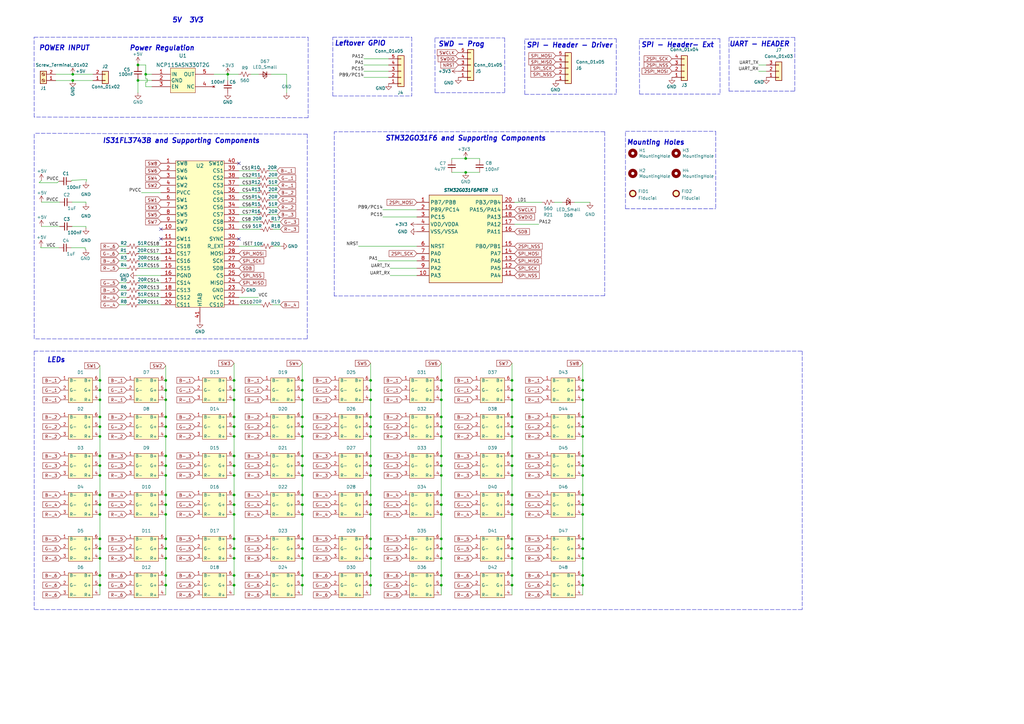
<source format=kicad_sch>
(kicad_sch (version 20211123) (generator eeschema)
  (paper "A3")
  (title_block (title "LED Driver Prototype") (date "2022-02-22") (rev "2") (company "Rraheem Inc."))
  (junction (at 96 229))
  (junction (at 68 240))
  (junction (at 239 240))
  (junction (at 41 236))
  (junction (at 124 187))
  (junction (at 68 221))
  (junction (at 152 187))
  (junction (at 68 175))
  (junction (at 210 191))
  (junction (at 41 195))
  (junction (at 41 156))
  (junction (at 68 160))
  (junction (at 239 156))
  (junction (at 239 179))
  (junction (at 41 203))
  (junction (at 96 225))
  (junction (at 181 187))
  (junction (at 124 171))
  (junction (at 96 240))
  (junction (at 181 171))
  (junction (at 68 179))
  (junction (at 124 156))
  (junction (at 41 160))
  (junction (at 59.76 30.46))
  (junction (at 124 221))
  (junction (at 181 236))
  (junction (at 210 211))
  (junction (at 210 187))
  (junction (at 124 160))
  (junction (at 210 160))
  (junction (at 152 171))
  (junction (at 210 156))
  (junction (at 210 164))
  (junction (at 239 221))
  (junction (at 124 203))
  (junction (at 239 203))
  (junction (at 181 211))
  (junction (at 181 191))
  (junction (at 68 171))
  (junction (at 41 175))
  (junction (at 96 160))
  (junction (at 41 191))
  (junction (at 152 229))
  (junction (at 41 240))
  (junction (at 124 240))
  (junction (at 152 236))
  (junction (at 152 240))
  (junction (at 93.415 30.46))
  (junction (at 210 229))
  (junction (at 68 229))
  (junction (at 96 195))
  (junction (at 239 211))
  (junction (at 41 207))
  (junction (at 210 221))
  (junction (at 96 175))
  (junction (at 41 171))
  (junction (at 96 187))
  (junction (at 152 160))
  (junction (at 124 211))
  (junction (at 96 171))
  (junction (at 68 203))
  (junction (at 124 191))
  (junction (at 68 236))
  (junction (at 56.585 33))
  (junction (at 41 221))
  (junction (at 210 171))
  (junction (at 239 187))
  (junction (at 181 207))
  (junction (at 239 164))
  (junction (at 239 191))
  (junction (at 152 211))
  (junction (at 68 156))
  (junction (at 96 179))
  (junction (at 152 179))
  (junction (at 124 164))
  (junction (at 181 240))
  (junction (at 68 211))
  (junction (at 239 160))
  (junction (at 152 203))
  (junction (at 210 195))
  (junction (at 96 236))
  (junction (at 210 225))
  (junction (at 68 191))
  (junction (at 68 207))
  (junction (at 124 236))
  (junction (at 41 164))
  (junction (at 181 179))
  (junction (at 96 221))
  (junction (at 124 225))
  (junction (at 96 191))
  (junction (at 239 229))
  (junction (at 152 175))
  (junction (at 124 175))
  (junction (at 96 211))
  (junction (at 239 236))
  (junction (at 124 179))
  (junction (at 96 207))
  (junction (at 68 225))
  (junction (at 181 156))
  (junction (at 239 195))
  (junction (at 29.845 30.48))
  (junction (at 152 164))
  (junction (at 68 164))
  (junction (at 191 65))
  (junction (at 210 240))
  (junction (at 29.845 33.02))
  (junction (at 68 195))
  (junction (at 181 175))
  (junction (at 181 164))
  (junction (at 210 203))
  (junction (at 152 207))
  (junction (at 96 203))
  (junction (at 181 225))
  (junction (at 181 203))
  (junction (at 239 171))
  (junction (at 239 175))
  (junction (at 239 225))
  (junction (at 210 236))
  (junction (at 41 179))
  (junction (at 152 225))
  (junction (at 124 195))
  (junction (at 181 229))
  (junction (at 41 187))
  (junction (at 41 211))
  (junction (at 124 207))
  (junction (at 96 164))
  (junction (at 41 229))
  (junction (at 152 195))
  (junction (at 56.585 26.65))
  (junction (at 68 187))
  (junction (at 181 160))
  (junction (at 152 221))
  (junction (at 152 191))
  (junction (at 239 207))
  (junction (at 96 156))
  (junction (at 181 221))
  (junction (at 124 229))
  (junction (at 210 175))
  (junction (at 210 207))
  (junction (at 191 70.715))
  (junction (at 41 225))
  (junction (at 181 195))
  (junction (at 210 179))
  (junction (at 152 156))
  (no_connect (at 66 94))
  (no_connect (at 98 67))
  (no_connect (at 66 98))
  (no_connect (at 98 98))
  (polyline (pts (xy 215.22 16.03) (xy 252.73 15.875)))
  (polyline (pts (xy 256.54 85.625) (xy 256.54 53.875)))
  (wire (pts (xy 68 207) (xy 68 211)))
  (wire (pts (xy 124 240) (xy 124 244)))
  (wire (pts (xy 124 195) (xy 124 203)))
  (polyline (pts (xy 126 55) (xy 126 139)))
  (wire (pts (xy 210 195) (xy 210 203)))
  (wire (pts (xy 41 207) (xy 41 211)))
  (wire (pts (xy 152 207) (xy 152 211)))
  (polyline (pts (xy 137.065 121.39) (xy 137.065 54.08)))
  (wire (pts (xy 29.845 33.02) (xy 22.86 33.02)))
  (wire (pts (xy 41 211) (xy 41 221)))
  (wire (pts (xy 124 149) (xy 124 156)))
  (wire (pts (xy 155 107) (xy 171 107)))
  (wire (pts (xy 210 164) (xy 210 171)))
  (wire (pts (xy 181 156) (xy 181 160)))
  (wire (pts (xy 48.855 101) (xy 52.03 101)))
  (wire (pts (xy 181 229) (xy 181 236)))
  (wire (pts (xy 16.035 74.93) (xy 17 74)))
  (wire (pts (xy 191 65) (xy 185.285 65)))
  (wire (pts (xy 96 149) (xy 96 156)))
  (polyline (pts (xy 248 121.31) (xy 137.065 121.39)))
  (wire (pts (xy 68 179) (xy 68 187)))
  (wire (pts (xy 239 171) (xy 239 175)))
  (wire (pts (xy 66 116) (xy 57.11 116)))
  (wire (pts (xy 124 211) (xy 124 221)))
  (wire (pts (xy 41 179) (xy 41 187)))
  (polyline (pts (xy 248 54) (xy 248 121.31)))
  (wire (pts (xy 221 92) (xy 211 92)))
  (wire (pts (xy 98 91) (xy 106.745 91)))
  (wire (pts (xy 29.515 73.955) (xy 29.21 74.295)))
  (polyline (pts (xy 136.525 39.37) (xy 136.525 15.24)))
  (wire (pts (xy 98 101) (xy 106.92 101)))
  (wire (pts (xy 152 187) (xy 152 191)))
  (wire (pts (xy 48.855 107) (xy 52.03 107)))
  (wire (pts (xy 239 203) (xy 239 207)))
  (wire (pts (xy 41 171) (xy 41 175)))
  (wire (pts (xy 52.03 125) (xy 48.855 125)))
  (wire (pts (xy 57.11 107) (xy 66 107)))
  (wire (pts (xy 181 221) (xy 181 225)))
  (wire (pts (xy 210 225) (xy 210 229)))
  (wire (pts (xy 239 156) (xy 239 160)))
  (polyline (pts (xy 262.3 38.58) (xy 295.32 38.58)))
  (wire (pts (xy 210 160) (xy 210 164)))
  (wire (pts (xy 105.62 76) (xy 98 76)))
  (wire (pts (xy 152 229) (xy 152 236)))
  (wire (pts (xy 23.495 74.93) (xy 24.13 74.295)))
  (wire (pts (xy 152 164) (xy 152 171)))
  (wire (pts (xy 149.225 24.13) (xy 159.385 24.13)))
  (wire (pts (xy 113.875 85) (xy 110.7 85)))
  (wire (pts (xy 181 207) (xy 181 211)))
  (polyline (pts (xy 168.91 15.24) (xy 168.91 39.37)))
  (wire (pts (xy 41 225) (xy 41 229)))
  (wire (pts (xy 35.255 74.635) (xy 35.56 73.66)))
  (wire (pts (xy 149.225 29.21) (xy 159.385 29.21)))
  (wire (pts (xy 113.605 70) (xy 110.43 70)))
  (wire (pts (xy 239 160) (xy 239 164)))
  (wire (pts (xy 152 195) (xy 152 203)))
  (wire (pts (xy 41 240) (xy 41 244)))
  (wire (pts (xy 181 160) (xy 181 164)))
  (wire (pts (xy 157 89) (xy 171 89)))
  (wire (pts (xy 105.62 82) (xy 98 82)))
  (wire (pts (xy 210 171) (xy 210 175)))
  (wire (pts (xy 56.585 26.65) (xy 59.76 26.65)))
  (wire (pts (xy 111.195 30.46) (xy 117.545 30.46)))
  (wire (pts (xy 124 225) (xy 124 229)))
  (wire (pts (xy 113.875 88) (xy 110.7 88)))
  (wire (pts (xy 239 149) (xy 239 156)))
  (polyline (pts (xy 126 55) (xy 14 54.69)))
  (wire (pts (xy 68 211) (xy 68 221)))
  (wire (pts (xy 239 240) (xy 239 244)))
  (wire (pts (xy 34.925 101.6) (xy 29.21 101.6)))
  (wire (pts (xy 93.415 30.46) (xy 87.7 30.46)))
  (wire (pts (xy 96 191) (xy 96 195)))
  (wire (pts (xy 56.585 38.08) (xy 56.585 33)))
  (polyline (pts (xy 136.525 39.37) (xy 168.91 39.37)))
  (wire (pts (xy 210 221) (xy 210 225)))
  (wire (pts (xy 181 175) (xy 181 179)))
  (wire (pts (xy 160 110) (xy 171 110)))
  (wire (pts (xy 149.225 26.67) (xy 159.385 26.67)))
  (wire (pts (xy 59.76 33.635) (xy 60.395 33.635)))
  (wire (pts (xy 59.76 35.54) (xy 59.76 33.635)))
  (wire (pts (xy 211 83) (xy 222.315 83)))
  (wire (pts (xy 68 150) (xy 68 156)))
  (polyline (pts (xy 262.255 15.875) (xy 295.275 15.875)))
  (wire (pts (xy 152 175) (xy 152 179)))
  (wire (pts (xy 210 236) (xy 210 240)))
  (wire (pts (xy 191 70.715) (xy 185.285 70.715)))
  (wire (pts (xy 57.11 110) (xy 66 110)))
  (wire (pts (xy 210 211) (xy 210 221)))
  (wire (pts (xy 93.415 30.46) (xy 93.415 33)))
  (wire (pts (xy 124 207) (xy 124 211)))
  (polyline (pts (xy 215.265 38.735) (xy 215.22 16.03)))
  (wire (pts (xy 181 187) (xy 181 191)))
  (wire (pts (xy 57.11 101) (xy 66 101)))
  (wire (pts (xy 152 225) (xy 152 229)))
  (wire (pts (xy 41 164) (xy 41 171)))
  (polyline (pts (xy 248 54) (xy 137.065 54.08)))
  (wire (pts (xy 124 203) (xy 124 207)))
  (wire (pts (xy 311.15 29.21) (xy 314.325 29.21)))
  (wire (pts (xy 34.925 102.235) (xy 35.255 102.415)))
  (wire (pts (xy 62.3 35.54) (xy 59.76 35.54)))
  (polyline (pts (xy 293.54 53.875) (xy 293.54 85.625)))
  (polyline (pts (xy 126.365 15.24) (xy 126.365 48.26)))
  (polyline (pts (xy 299.005 15.365) (xy 299.005 37.365)))
  (wire (pts (xy 239 187) (xy 239 191)))
  (wire (pts (xy 41 187) (xy 41 191)))
  (wire (pts (xy 239 211) (xy 239 221)))
  (wire (pts (xy 68 203) (xy 68 207)))
  (wire (pts (xy 68 236) (xy 68 240)))
  (wire (pts (xy 105.62 73) (xy 98 73)))
  (wire (pts (xy 196.715 65) (xy 191 65)))
  (wire (pts (xy 239 164) (xy 239 171)))
  (wire (pts (xy 96 160) (xy 96 164)))
  (wire (pts (xy 96 156) (xy 96 160)))
  (wire (pts (xy 41 156) (xy 41 160)))
  (wire (pts (xy 181 211) (xy 181 221)))
  (wire (pts (xy 239 179) (xy 239 187)))
  (wire (pts (xy 152 160) (xy 152 164)))
  (wire (pts (xy 96 221) (xy 96 225)))
  (polyline (pts (xy 206.97 15.57) (xy 207 38)))
  (wire (pts (xy 96 207) (xy 96 211)))
  (wire (pts (xy 160 113) (xy 171 113)))
  (wire (pts (xy 210 207) (xy 210 211)))
  (polyline (pts (xy 136.525 15.24) (xy 168.91 15.24)))
  (wire (pts (xy 68 187) (xy 68 191)))
  (wire (pts (xy 96 179) (xy 96 187)))
  (wire (pts (xy 56.585 33) (xy 56.585 32.365)))
  (wire (pts (xy 51.92 104) (xy 48.745 104)))
  (wire (pts (xy 196.715 70.715) (xy 191 70.715)))
  (wire (pts (xy 210 156) (xy 210 160)))
  (wire (pts (xy 239 236) (xy 239 240)))
  (wire (pts (xy 210 191) (xy 210 195)))
  (wire (pts (xy 152 149) (xy 152 156)))
  (polyline (pts (xy 256.54 53.875) (xy 293.54 53.875)))
  (wire (pts (xy 181 236) (xy 181 240)))
  (wire (pts (xy 210 229) (xy 210 236)))
  (wire (pts (xy 239 229) (xy 239 236)))
  (wire (pts (xy 210 175) (xy 210 179)))
  (wire (pts (xy 57 104) (xy 66 104)))
  (wire (pts (xy 41 221) (xy 41 225)))
  (wire (pts (xy 113.875 73) (xy 110.7 73)))
  (wire (pts (xy 181 149) (xy 181 156)))
  (wire (pts (xy 66 119) (xy 57.11 119)))
  (wire (pts (xy 147 101) (xy 171 101)))
  (wire (pts (xy 149.225 31.75) (xy 159.385 31.75)))
  (polyline (pts (xy 299.005 37.365) (xy 326.005 37.365)))
  (polyline (pts (xy 326.005 37.365) (xy 326.005 15.365)))
  (wire (pts (xy 34.925 102.235) (xy 34.925 101.6)))
  (wire (pts (xy 96 240) (xy 96 244)))
  (wire (pts (xy 57.11 122) (xy 66 122)))
  (wire (pts (xy 157 86) (xy 171 86)))
  (polyline (pts (xy 295.275 15.875) (xy 295.32 38.58)))
  (wire (pts (xy 56.585 33) (xy 62.3 33)))
  (wire (pts (xy 17 92.89) (xy 24.46 92.89)))
  (wire (pts (xy 96 203) (xy 96 207)))
  (wire (pts (xy 105.62 79) (xy 98 79)))
  (wire (pts (xy 152 211) (xy 152 221)))
  (wire (pts (xy 181 191) (xy 181 195)))
  (wire (pts (xy 124 171) (xy 124 175)))
  (wire (pts (xy 41 203) (xy 41 207)))
  (wire (pts (xy 48.855 110) (xy 52.03 110)))
  (wire (pts (xy 111.825 125) (xy 115 125)))
  (wire (pts (xy 16.67 101.6) (xy 24.13 101.6)))
  (wire (pts (xy 124 221) (xy 124 225)))
  (wire (pts (xy 124 191) (xy 124 195)))
  (polyline (pts (xy 13.97 15.24) (xy 126.365 15.24)))
  (wire (pts (xy 29.845 33.02) (xy 38.1 33.02)))
  (wire (pts (xy 227.395 83) (xy 230.57 83)))
  (wire (pts (xy 181 195) (xy 181 203)))
  (wire (pts (xy 41 195) (xy 41 203)))
  (wire (pts (xy 68 171) (xy 68 175)))
  (wire (pts (xy 111.825 94) (xy 115 94)))
  (wire (pts (xy 117.545 30.46) (xy 117.545 38.08)))
  (wire (pts (xy 210 240) (xy 210 244)))
  (wire (pts (xy 181 179) (xy 181 187)))
  (wire (pts (xy 68 191) (xy 68 195)))
  (polyline (pts (xy 126.365 48.26) (xy 14 48)))
  (wire (pts (xy 96 236) (xy 96 240)))
  (polyline (pts (xy 14 139) (xy 14 54.69)))
  (wire (pts (xy 106 122) (xy 98 122)))
  (wire (pts (xy 52.03 122) (xy 48.855 122)))
  (wire (pts (xy 124 156) (xy 124 160)))
  (wire (pts (xy 98 125) (xy 106.745 125)))
  (wire (pts (xy 239 221) (xy 239 225)))
  (wire (pts (xy 96 225) (xy 96 229)))
  (wire (pts (xy 181 240) (xy 181 244)))
  (polyline (pts (xy 178.425 38) (xy 178.395 15.57)))
  (wire (pts (xy 210 187) (xy 210 191)))
  (wire (pts (xy 96 211) (xy 96 221)))
  (wire (pts (xy 68 160) (xy 68 164)))
  (wire (pts (xy 111.825 91) (xy 115 91)))
  (wire (pts (xy 102.94 30.46) (xy 106.115 30.46)))
  (wire (pts (xy 68 164) (xy 68 171)))
  (wire (pts (xy 66 125) (xy 57.11 125)))
  (wire (pts (xy 181 203) (xy 181 207)))
  (wire (pts (xy 68 240) (xy 68 244)))
  (wire (pts (xy 59.76 30.46) (xy 59.76 32.365)))
  (wire (pts (xy 210 179) (xy 210 187)))
  (wire (pts (xy 29.845 30.48) (xy 38.1 30.48)))
  (wire (pts (xy 35.255 92.89) (xy 29.54 92.89)))
  (polyline (pts (xy 215.265 38.735) (xy 252.775 38.58)))
  (wire (pts (xy 181 164) (xy 181 171)))
  (wire (pts (xy 124 175) (xy 124 179)))
  (wire (pts (xy 210 149) (xy 210 156)))
  (wire (pts (xy 235.65 83) (xy 242 83)))
  (wire (pts (xy 68 229) (xy 68 236)))
  (wire (pts (xy 68 156) (xy 68 160)))
  (wire (pts (xy 35.255 82.89) (xy 29.54 82.89)))
  (wire (pts (xy 105.62 88) (xy 98 88)))
  (wire (pts (xy 48.855 119) (xy 52.03 119)))
  (wire (pts (xy 41 175) (xy 41 179)))
  (polyline (pts (xy 126 139) (xy 14 139)))
  (wire (pts (xy 68 225) (xy 68 229)))
  (wire (pts (xy 239 195) (xy 239 203)))
  (wire (pts (xy 41 236) (xy 41 240)))
  (wire (pts (xy 16.67 101.6) (xy 16.84 101.145)))
  (wire (pts (xy 96 195) (xy 96 203)))
  (wire (pts (xy 60.395 32.365) (xy 59.76 32.365)))
  (wire (pts (xy 105.62 85) (xy 98 85)))
  (wire (pts (xy 41 191) (xy 41 195)))
  (wire (pts (xy 35.255 93.525) (xy 35.255 92.89)))
  (wire (pts (xy 96 175) (xy 96 179)))
  (wire (pts (xy 52.03 116) (xy 48.855 116)))
  (wire (pts (xy 152 240) (xy 152 244)))
  (wire (pts (xy 35.56 73.66) (xy 29.515 73.955)))
  (polyline (pts (xy 256.54 85.625) (xy 293.54 85.625)))
  (wire (pts (xy 17 82.89) (xy 24.46 82.89)))
  (wire (pts (xy 181 225) (xy 181 229)))
  (wire (pts (xy 68 175) (xy 68 179)))
  (wire (pts (xy 60.395 33.635) (xy 60.395 32.365)))
  (wire (pts (xy 96 171) (xy 96 175)))
  (wire (pts (xy 124 179) (xy 124 187)))
  (wire (pts (xy 152 156) (xy 152 160)))
  (polyline (pts (xy 329 250) (xy 14 250)))
  (wire (pts (xy 115.175 101) (xy 112 101)))
  (wire (pts (xy 181 171) (xy 181 175)))
  (wire (pts (xy 196.715 65.635) (xy 196.715 65)))
  (wire (pts (xy 113.875 79) (xy 110.7 79)))
  (wire (pts (xy 35.255 83.525) (xy 35.255 82.89)))
  (wire (pts (xy 210 203) (xy 210 207)))
  (polyline (pts (xy 14 48) (xy 13.97 15.24)))
  (polyline (pts (xy 326.005 15.365) (xy 299.005 15.365)))
  (wire (pts (xy 68 195) (xy 68 203)))
  (wire (pts (xy 124 160) (xy 124 164)))
  (wire (pts (xy 152 179) (xy 152 187)))
  (wire (pts (xy 56 113) (xy 66 113)))
  (polyline (pts (xy 329 144) (xy 329 250)))
  (wire (pts (xy 239 191) (xy 239 195)))
  (wire (pts (xy 185.285 65) (xy 185.285 65.635)))
  (wire (pts (xy 311.15 26.67) (xy 314.325 26.67)))
  (wire (pts (xy 58 79) (xy 66 79)))
  (wire (pts (xy 152 191) (xy 152 195)))
  (wire (pts (xy 93.415 30.46) (xy 97.86 30.46)))
  (wire (pts (xy 22.86 30.48) (xy 29.845 30.48)))
  (wire (pts (xy 113.875 76) (xy 110.7 76)))
  (wire (pts (xy 41 160) (xy 41 164)))
  (wire (pts (xy 98 94) (xy 106.745 94)))
  (wire (pts (xy 124 229) (xy 124 236)))
  (polyline (pts (xy 262.3 38.58) (xy 262.255 15.875)))
  (polyline (pts (xy 252.73 15.875) (xy 252.775 38.58)))
  (wire (pts (xy 41 229) (xy 41 236)))
  (wire (pts (xy 41 150) (xy 41 156)))
  (polyline (pts (xy 178.395 15.57) (xy 206.97 15.57)))
  (wire (pts (xy 152 221) (xy 152 225)))
  (wire (pts (xy 62.3 30.46) (xy 59.76 30.46)))
  (wire (pts (xy 152 203) (xy 152 207)))
  (wire (pts (xy 56.585 26.015) (xy 56.585 26.65)))
  (wire (pts (xy 68 221) (xy 68 225)))
  (wire (pts (xy 124 164) (xy 124 171)))
  (wire (pts (xy 98 70) (xy 105.35 70)))
  (wire (pts (xy 124 236) (xy 124 240)))
  (wire (pts (xy 239 207) (xy 239 211)))
  (wire (pts (xy 56.585 26.65) (xy 56.585 27.285)))
  (wire (pts (xy 96 229) (xy 96 236)))
  (wire (pts (xy 239 225) (xy 239 229)))
  (wire (pts (xy 152 171) (xy 152 175)))
  (wire (pts (xy 113.875 82) (xy 110.7 82)))
  (polyline (pts (xy 14 144) (xy 329 144)))
  (wire (pts (xy 152 236) (xy 152 240)))
  (wire (pts (xy 16.035 74.93) (xy 23.495 74.93)))
  (wire (pts (xy 96 187) (xy 96 191)))
  (polyline (pts (xy 178.425 38) (xy 207 38)))
  (wire (pts (xy 96 164) (xy 96 171)))
  (wire (pts (xy 239 175) (xy 239 179)))
  (wire (pts (xy 59.76 26.65) (xy 59.76 30.46)))
  (polyline (pts (xy 14 144) (xy 14 250)))
  (wire (pts (xy 124 187) (xy 124 191)))
  (text "LEDs\n" (at 26.81 148.88 180) (effects (font (size 2.0066 2.0066) (thickness 0.4013) bold italic) (justify right bottom)))
  (text "STM32GO31F6 and Supporting Components" (at 224 58 180) (effects (font (size 2.0066 2.0066) (thickness 0.4013) bold italic) (justify right bottom)))
  (text "Power Regulation\n" (at 53 21 0) (effects (font (size 2.0066 2.0066) (thickness 0.4013) bold italic) (justify left bottom)))
  (text "Mounting Holes" (at 257 59.7 0) (effects (font (size 2.0066 2.0066) (thickness 0.4013) bold italic) (justify left bottom)))
  (text "3V3" (at 77.47 9.525 0) (effects (font (size 2.0066 2.0066) (thickness 0.4013) bold italic) (justify left bottom)))
  (text "SPI - Header- Ext" (at 262.89 19.685 0) (effects (font (size 2.0066 2.0066) (thickness 0.4013) bold italic) (justify left bottom)))
  (text "IS31FL3743B and Supporting Components" (at 42 59 0) (effects (font (size 2.0066 2.0066) (thickness 0.4013) bold italic) (justify left bottom)))
  (text "Leftover GPIO" (at 137.16 19.05 0) (effects (font (size 2.0066 2.0066) (thickness 0.4013) bold italic) (justify left bottom)))
  (text "5V" (at 70.485 9.525 0) (effects (font (size 2.0066 2.0066) (thickness 0.4013) bold italic) (justify left bottom)))
  (text "UART - HEADER" (at 299.005 19.365 0) (effects (font (size 2.0066 2.0066) (thickness 0.4013) bold italic) (justify left bottom)))
  (text "SPI - Header - Driver" (at 215.855 19.84 0) (effects (font (size 2.0066 2.0066) (thickness 0.4013) bold italic) (justify left bottom)))
  (text "POWER INPUT" (at 15.875 20.955 0) (effects (font (size 2.0066 2.0066) (thickness 0.4013) bold italic) (justify left bottom)))
  (text "SWD - Prog\n" (at 179.665 19.38 0) (effects (font (size 2.0066 2.0066) (thickness 0.4013) bold italic) (justify left bottom)))
  (label "CS9" (at 103 94 180))
  (label "PVCC" (at 58 79 180))
  (label "CS14" (at 60.285 116 0))
  (label "UART_TX" (at 160 110 180))
  (label "PA1" (at 149.225 26.67 180))
  (label "PB9{slash}PC14" (at 149.225 31.75 180))
  (label "PA1" (at 155 107 180))
  (label "LD1" (at 216 83 180))
  (label "CS4" (at 99.27 79 0))
  (label "CS5" (at 99.27 82 0))
  (label "CS17" (at 60.175 104 0))
  (label "UART_TX" (at 311.15 26.67 180))
  (label "CS2" (at 99.27 73 0))
  (label "UART_RX" (at 160 113 180))
  (label "CS6" (at 99.27 85 0))
  (label "VCC" (at 22.86 101.6 180))
  (label "NRST" (at 147 101 180))
  (label "PA12" (at 149.225 24.13 180))
  (label "PVCC" (at 24.13 74.295 180))
  (label "VCC" (at 106 122 0))
  (label "CS13" (at 60.285 119 0))
  (label "CS18" (at 60.285 101 0))
  (label "PC15" (at 149.225 29.21 180))
  (label "CS15" (at 60.285 110 0))
  (label "PA12" (at 221 92 0))
  (label "VCC" (at 24 92.89 180))
  (label "CS10" (at 103.57 125 180))
  (label "UART_RX" (at 311.15 29.21 180))
  (label "CS11" (at 60.285 125 0))
  (label "CS3" (at 99.27 76 0))
  (label "PC15" (at 157 89 180))
  (label "CS1" (at 99 70 0))
  (label "PVCC" (at 24 82.89 180))
  (label "PB9{slash}PC14" (at 157 86 180))
  (label "CS12" (at 60.285 122 0))
  (label "CS16" (at 60.285 107 0))
  (label "ISET" (at 103.715 101 180))
  (label "CS8" (at 103 91 180))
  (label "CS7" (at 99.27 88 0))
  (global_label "2SPI_MOSI" (shape input) (at 171 83 180) (property "Intersheet References" "${INTERSHEET_REFS}" (effects hide)))
  (global_label "SW2" (shape input) (at 66 76 180) (property "Intersheet References" "${INTERSHEET_REFS}" (effects hide)))
  (global_label "B-_5" (shape input) (at 194 221 180) (property "Intersheet References" "${INTERSHEET_REFS}" (effects hide)))
  (global_label "2SPI_NSS" (shape input) (at 275.59 26.67 180) (property "Intersheet References" "${INTERSHEET_REFS}" (effects hide)))
  (global_label "B-_1" (shape input) (at 80 156 180) (property "Intersheet References" "${INTERSHEET_REFS}" (effects hide)))
  (global_label "B-_2" (shape input) (at 223 171 180) (property "Intersheet References" "${INTERSHEET_REFS}" (effects hide)))
  (global_label "G-_1" (shape input) (at 108 160 180) (property "Intersheet References" "${INTERSHEET_REFS}" (effects hide)))
  (global_label "SW1" (shape input) (at 66 82 180) (property "Intersheet References" "${INTERSHEET_REFS}" (effects hide)))
  (global_label "B-_5" (shape input) (at 48.855 119 180) (property "Intersheet References" "${INTERSHEET_REFS}" (effects hide)))
  (global_label "G-_1" (shape input) (at 113.875 73 0) (property "Intersheet References" "${INTERSHEET_REFS}" (effects hide)))
  (global_label "G-_5" (shape input) (at 25 225 180) (property "Intersheet References" "${INTERSHEET_REFS}" (effects hide)))
  (global_label "R-_5" (shape input) (at 165 229 180) (property "Intersheet References" "${INTERSHEET_REFS}" (effects hide)))
  (global_label "R-_4" (shape input) (at 223 211 180) (property "Intersheet References" "${INTERSHEET_REFS}" (effects hide)))
  (global_label "B-_3" (shape input) (at 136 187 180) (property "Intersheet References" "${INTERSHEET_REFS}" (effects hide)))
  (global_label "G-_3" (shape input) (at 25 191 180) (property "Intersheet References" "${INTERSHEET_REFS}" (effects hide)))
  (global_label "SW2" (shape input) (at 68 150 180) (property "Intersheet References" "${INTERSHEET_REFS}" (effects hide)))
  (global_label "R-_4" (shape input) (at 136 211 180) (property "Intersheet References" "${INTERSHEET_REFS}" (effects hide)))
  (global_label "SW1" (shape input) (at 41 150 180) (property "Intersheet References" "${INTERSHEET_REFS}" (effects hide)))
  (global_label "G-_2" (shape input) (at 194 175 180) (property "Intersheet References" "${INTERSHEET_REFS}" (effects hide)))
  (global_label "G-_6" (shape input) (at 80 240 180) (property "Intersheet References" "${INTERSHEET_REFS}" (effects hide)))
  (global_label "G-_3" (shape input) (at 80 191 180) (property "Intersheet References" "${INTERSHEET_REFS}" (effects hide)))
  (global_label "R-_5" (shape input) (at 223 229 180) (property "Intersheet References" "${INTERSHEET_REFS}" (effects hide)))
  (global_label "G-_6" (shape input) (at 25 240 180) (property "Intersheet References" "${INTERSHEET_REFS}" (effects hide)))
  (global_label "SW8" (shape input) (at 66 67 180) (property "Intersheet References" "${INTERSHEET_REFS}" (effects hide)))
  (global_label "G-_1" (shape input) (at 80 160 180) (property "Intersheet References" "${INTERSHEET_REFS}" (effects hide)))
  (global_label "B-_4" (shape input) (at 115 125 0) (property "Intersheet References" "${INTERSHEET_REFS}" (effects hide)))
  (global_label "B-_2" (shape input) (at 80 171 180) (property "Intersheet References" "${INTERSHEET_REFS}" (effects hide)))
  (global_label "R-_1" (shape input) (at 165 164 180) (property "Intersheet References" "${INTERSHEET_REFS}" (effects hide)))
  (global_label "SPI_SCK" (shape input) (at 98 107 0) (property "Intersheet References" "${INTERSHEET_REFS}" (effects hide)))
  (global_label "R-_6" (shape input) (at 52 244 180) (property "Intersheet References" "${INTERSHEET_REFS}" (effects hide)))
  (global_label "B-_6" (shape input) (at 25 236 180) (property "Intersheet References" "${INTERSHEET_REFS}" (effects hide)))
  (global_label "R-_5" (shape input) (at 108 229 180) (property "Intersheet References" "${INTERSHEET_REFS}" (effects hide)))
  (global_label "B-_6" (shape input) (at 80 236 180) (property "Intersheet References" "${INTERSHEET_REFS}" (effects hide)))
  (global_label "G-_3" (shape input) (at 165 191 180) (property "Intersheet References" "${INTERSHEET_REFS}" (effects hide)))
  (global_label "SW4" (shape input) (at 66 73 180) (property "Intersheet References" "${INTERSHEET_REFS}" (effects hide)))
  (global_label "R-_6" (shape input) (at 25 244 180) (property "Intersheet References" "${INTERSHEET_REFS}" (effects hide)))
  (global_label "G-_4" (shape input) (at 25 207 180) (property "Intersheet References" "${INTERSHEET_REFS}" (effects hide)))
  (global_label "2SPI_NSS" (shape input) (at 211 101 0) (property "Intersheet References" "${INTERSHEET_REFS}" (effects hide)))
  (global_label "B-_1" (shape input) (at 113.605 70 0) (property "Intersheet References" "${INTERSHEET_REFS}" (effects hide)))
  (global_label "G-_1" (shape input) (at 52 160 180) (property "Intersheet References" "${INTERSHEET_REFS}" (effects hide)))
  (global_label "SW3" (shape input) (at 96 149 180) (property "Intersheet References" "${INTERSHEET_REFS}" (effects hide)))
  (global_label "G-_4" (shape input) (at 48.855 125 180) (property "Intersheet References" "${INTERSHEET_REFS}" (effects hide)))
  (global_label "B-_6" (shape input) (at 165 236 180) (property "Intersheet References" "${INTERSHEET_REFS}" (effects hide)))
  (global_label "B-_3" (shape input) (at 80 187 180) (property "Intersheet References" "${INTERSHEET_REFS}" (effects hide)))
  (global_label "B-_3" (shape input) (at 52 187 180) (property "Intersheet References" "${INTERSHEET_REFS}" (effects hide)))
  (global_label "G-_5" (shape input) (at 194 225 180) (property "Intersheet References" "${INTERSHEET_REFS}" (effects hide)))
  (global_label "R-_4" (shape input) (at 48.855 122 180) (property "Intersheet References" "${INTERSHEET_REFS}" (effects hide)))
  (global_label "SDB" (shape input) (at 211 95 0) (property "Intersheet References" "${INTERSHEET_REFS}" (effects hide)))
  (global_label "B-_5" (shape input) (at 108 221 180) (property "Intersheet References" "${INTERSHEET_REFS}" (effects hide)))
  (global_label "B-_2" (shape input) (at 165 171 180) (property "Intersheet References" "${INTERSHEET_REFS}" (effects hide)))
  (global_label "G-_5" (shape input) (at 108 225 180) (property "Intersheet References" "${INTERSHEET_REFS}" (effects hide)))
  (global_label "B-_1" (shape input) (at 52 156 180) (property "Intersheet References" "${INTERSHEET_REFS}" (effects hide)))
  (global_label "G-_1" (shape input) (at 165 160 180) (property "Intersheet References" "${INTERSHEET_REFS}" (effects hide)))
  (global_label "SPI_MOSI" (shape input) (at 227.965 22.86 180) (property "Intersheet References" "${INTERSHEET_REFS}" (effects hide)))
  (global_label "G-_6" (shape input) (at 48.745 104 180) (property "Intersheet References" "${INTERSHEET_REFS}" (effects hide)))
  (global_label "G-_3" (shape input) (at 223 191 180) (property "Intersheet References" "${INTERSHEET_REFS}" (effects hide)))
  (global_label "B-_1" (shape input) (at 223 156 180) (property "Intersheet References" "${INTERSHEET_REFS}" (effects hide)))
  (global_label "SWCLK" (shape input) (at 211 86 0) (property "Intersheet References" "${INTERSHEET_REFS}" (effects hide)))
  (global_label "G-_3" (shape input) (at 136 191 180) (property "Intersheet References" "${INTERSHEET_REFS}" (effects hide)))
  (global_label "G-_2" (shape input) (at 165 175 180) (property "Intersheet References" "${INTERSHEET_REFS}" (effects hide)))
  (global_label "SPI_NSS" (shape input) (at 98 113 0) (property "Intersheet References" "${INTERSHEET_REFS}" (effects hide)))
  (global_label "R-_6" (shape input) (at 165 244 180) (property "Intersheet References" "${INTERSHEET_REFS}" (effects hide)))
  (global_label "G-_5" (shape input) (at 48.855 116 180) (property "Intersheet References" "${INTERSHEET_REFS}" (effects hide)))
  (global_label "R-_5" (shape input) (at 194 229 180) (property "Intersheet References" "${INTERSHEET_REFS}" (effects hide)))
  (global_label "R-_3" (shape input) (at 52 195 180) (property "Intersheet References" "${INTERSHEET_REFS}" (effects hide)))
  (global_label "B-_1" (shape input) (at 25 156 180) (property "Intersheet References" "${INTERSHEET_REFS}" (effects hide)))
  (global_label "R-_6" (shape input) (at 223 244 180) (property "Intersheet References" "${INTERSHEET_REFS}" (effects hide)))
  (global_label "B-_4" (shape input) (at 25 203 180) (property "Intersheet References" "${INTERSHEET_REFS}" (effects hide)))
  (global_label "B-_4" (shape input) (at 52 203 180) (property "Intersheet References" "${INTERSHEET_REFS}" (effects hide)))
  (global_label "R-_2" (shape input) (at 80 179 180) (property "Intersheet References" "${INTERSHEET_REFS}" (effects hide)))
  (global_label "B-_4" (shape input) (at 223 203 180) (property "Intersheet References" "${INTERSHEET_REFS}" (effects hide)))
  (global_label "B-_1" (shape input) (at 165 156 180) (property "Intersheet References" "${INTERSHEET_REFS}" (effects hide)))
  (global_label "B-_3" (shape input) (at 108 187 180) (property "Intersheet References" "${INTERSHEET_REFS}" (effects hide)))
  (global_label "G-_5" (shape input) (at 223 225 180) (property "Intersheet References" "${INTERSHEET_REFS}" (effects hide)))
  (global_label "G-_6" (shape input) (at 136 240 180) (property "Intersheet References" "${INTERSHEET_REFS}" (effects hide)))
  (global_label "G-_4" (shape input) (at 194 207 180) (property "Intersheet References" "${INTERSHEET_REFS}" (effects hide)))
  (global_label "R-_3" (shape input) (at 165 195 180) (property "Intersheet References" "${INTERSHEET_REFS}" (effects hide)))
  (global_label "B-_5" (shape input) (at 136 221 180) (property "Intersheet References" "${INTERSHEET_REFS}" (effects hide)))
  (global_label "G-_2" (shape input) (at 223 175 180) (property "Intersheet References" "${INTERSHEET_REFS}" (effects hide)))
  (global_label "R-_1" (shape input) (at 80 164 180) (property "Intersheet References" "${INTERSHEET_REFS}" (effects hide)))
  (global_label "SPI_MOSI" (shape input) (at 98 104 0) (property "Intersheet References" "${INTERSHEET_REFS}" (effects hide)))
  (global_label "R-_4" (shape input) (at 165 211 180) (property "Intersheet References" "${INTERSHEET_REFS}" (effects hide)))
  (global_label "R-_3" (shape input) (at 108 195 180) (property "Intersheet References" "${INTERSHEET_REFS}" (effects hide)))
  (global_label "G-_6" (shape input) (at 194 240 180) (property "Intersheet References" "${INTERSHEET_REFS}" (effects hide)))
  (global_label "SW5" (shape input) (at 152 149 180) (property "Intersheet References" "${INTERSHEET_REFS}" (effects hide)))
  (global_label "G-_4" (shape input) (at 136 207 180) (property "Intersheet References" "${INTERSHEET_REFS}" (effects hide)))
  (global_label "SPI_NSS" (shape input) (at 211 113 0) (property "Intersheet References" "${INTERSHEET_REFS}" (effects hide)))
  (global_label "R-_5" (shape input) (at 48.855 110 180) (property "Intersheet References" "${INTERSHEET_REFS}" (effects hide)))
  (global_label "B-_4" (shape input) (at 80 203 180) (property "Intersheet References" "${INTERSHEET_REFS}" (effects hide)))
  (global_label "G-_2" (shape input) (at 108 175 180) (property "Intersheet References" "${INTERSHEET_REFS}" (effects hide)))
  (global_label "R-_3" (shape input) (at 194 195 180) (property "Intersheet References" "${INTERSHEET_REFS}" (effects hide)))
  (global_label "G-_4" (shape input) (at 80 207 180) (property "Intersheet References" "${INTERSHEET_REFS}" (effects hide)))
  (global_label "R-_4" (shape input) (at 80 211 180) (property "Intersheet References" "${INTERSHEET_REFS}" (effects hide)))
  (global_label "SWCLK" (shape input) (at 187.96 21.59 180) (property "Intersheet References" "${INTERSHEET_REFS}" (effects hide)))
  (global_label "R-_3" (shape input) (at 80 195 180) (property "Intersheet References" "${INTERSHEET_REFS}" (effects hide)))
  (global_label "B-_5" (shape input) (at 52 221 180) (property "Intersheet References" "${INTERSHEET_REFS}" (effects hide)))
  (global_label "R-_1" (shape input) (at 52 164 180) (property "Intersheet References" "${INTERSHEET_REFS}" (effects hide)))
  (global_label "G-_5" (shape input) (at 165 225 180) (property "Intersheet References" "${INTERSHEET_REFS}" (effects hide)))
  (global_label "SPI_MISO" (shape input) (at 227.965 25.4 180) (property "Intersheet References" "${INTERSHEET_REFS}" (effects hide)))
  (global_label "SPI_NSS" (shape input) (at 227.965 30.48 180) (property "Intersheet References" "${INTERSHEET_REFS}" (effects hide)))
  (global_label "R-_2" (shape input) (at 52 179 180) (property "Intersheet References" "${INTERSHEET_REFS}" (effects hide)))
  (global_label "B-_2" (shape input) (at 113.875 79 0) (property "Intersheet References" "${INTERSHEET_REFS}" (effects hide)))
  (global_label "G-_2" (shape input) (at 113.875 82 0) (property "Intersheet References" "${INTERSHEET_REFS}" (effects hide)))
  (global_label "R-_1" (shape input) (at 194 164 180) (property "Intersheet References" "${INTERSHEET_REFS}" (effects hide)))
  (global_label "SPI_SCK" (shape input) (at 211 110 0) (property "Intersheet References" "${INTERSHEET_REFS}" (effects hide)))
  (global_label "R-_2" (shape input) (at 194 179 180) (property "Intersheet References" "${INTERSHEET_REFS}" (effects hide)))
  (global_label "SWDIO" (shape input) (at 211 89 0) (property "Intersheet References" "${INTERSHEET_REFS}" (effects hide)))
  (global_label "R-_5" (shape input) (at 52 229 180) (property "Intersheet References" "${INTERSHEET_REFS}" (effects hide)))
  (global_label "G-_6" (shape input) (at 223 240 180) (property "Intersheet References" "${INTERSHEET_REFS}" (effects hide)))
  (global_label "R-_2" (shape input) (at 223 179 180) (property "Intersheet References" "${INTERSHEET_REFS}" (effects hide)))
  (global_label "R-_4" (shape input) (at 108 211 180) (property "Intersheet References" "${INTERSHEET_REFS}" (effects hide)))
  (global_label "SPI_MOSI" (shape input) (at 211 104 0) (property "Intersheet References" "${INTERSHEET_REFS}" (effects hide)))
  (global_label "G-_6" (shape input) (at 165 240 180) (property "Intersheet References" "${INTERSHEET_REFS}" (effects hide)))
  (global_label "B-_4" (shape input) (at 136 203 180) (property "Intersheet References" "${INTERSHEET_REFS}" (effects hide)))
  (global_label "R-_5" (shape input) (at 80 229 180) (property "Intersheet References" "${INTERSHEET_REFS}" (effects hide)))
  (global_label "B-_2" (shape input) (at 25 171 180) (property "Intersheet References" "${INTERSHEET_REFS}" (effects hide)))
  (global_label "B-_1" (shape input) (at 136 156 180) (property "Intersheet References" "${INTERSHEET_REFS}" (effects hide)))
  (global_label "G-_6" (shape input) (at 52 240 180) (property "Intersheet References" "${INTERSHEET_REFS}" (effects hide)))
  (global_label "G-_1" (shape input) (at 194 160 180) (property "Intersheet References" "${INTERSHEET_REFS}" (effects hide)))
  (global_label "B-_5" (shape input) (at 25 221 180) (property "Intersheet References" "${INTERSHEET_REFS}" (effects hide)))
  (global_label "R-_6" (shape input) (at 80 244 180) (property "Intersheet References" "${INTERSHEET_REFS}" (effects hide)))
  (global_label "G-_5" (shape input) (at 136 225 180) (property "Intersheet References" "${INTERSHEET_REFS}" (effects hide)))
  (global_label "G-_1" (shape input) (at 223 160 180) (property "Intersheet References" "${INTERSHEET_REFS}" (effects hide)))
  (global_label "G-_2" (shape input) (at 25 175 180) (property "Intersheet References" "${INTERSHEET_REFS}" (effects hide)))
  (global_label "R-_1" (shape input) (at 223 164 180) (property "Intersheet References" "${INTERSHEET_REFS}" (effects hide)))
  (global_label "B-_2" (shape input) (at 194 171 180) (property "Intersheet References" "${INTERSHEET_REFS}" (effects hide)))
  (global_label "B-_5" (shape input) (at 80 221 180) (property "Intersheet References" "${INTERSHEET_REFS}" (effects hide)))
  (global_label "SW6" (shape input) (at 181 149 180) (property "Intersheet References" "${INTERSHEET_REFS}" (effects hide)))
  (global_label "B-_3" (shape input) (at 165 187 180) (property "Intersheet References" "${INTERSHEET_REFS}" (effects hide)))
  (global_label "R-_4" (shape input) (at 52 211 180) (property "Intersheet References" "${INTERSHEET_REFS}" (effects hide)))
  (global_label "R-_1" (shape input) (at 136 164 180) (property "Intersheet References" "${INTERSHEET_REFS}" (effects hide)))
  (global_label "G-_4" (shape input) (at 52 207 180) (property "Intersheet References" "${INTERSHEET_REFS}" (effects hide)))
  (global_label "G-_4" (shape input) (at 165 207 180) (property "Intersheet References" "${INTERSHEET_REFS}" (effects hide)))
  (global_label "G-_3" (shape input) (at 194 191 180) (property "Intersheet References" "${INTERSHEET_REFS}" (effects hide)))
  (global_label "B-_5" (shape input) (at 223 221 180) (property "Intersheet References" "${INTERSHEET_REFS}" (effects hide)))
  (global_label "R-_2" (shape input) (at 108 179 180) (property "Intersheet References" "${INTERSHEET_REFS}" (effects hide)))
  (global_label "B-_4" (shape input) (at 194 203 180) (property "Intersheet References" "${INTERSHEET_REFS}" (effects hide)))
  (global_label "SPI_SCK" (shape input) (at 227.965 27.94 180) (property "Intersheet References" "${INTERSHEET_REFS}" (effects hide)))
  (global_label "SW4" (shape input) (at 124 149 180) (property "Intersheet References" "${INTERSHEET_REFS}" (effects hide)))
  (global_label "R-_1" (shape input) (at 113.875 76 0) (property "Intersheet References" "${INTERSHEET_REFS}" (effects hide)))
  (global_label "SW5" (shape input) (at 66 88 180) (property "Intersheet References" "${INTERSHEET_REFS}" (effects hide)))
  (global_label "SPI_MISO" (shape input) (at 211 107 0) (property "Intersheet References" "${INTERSHEET_REFS}" (effects hide)))
  (global_label "R-_2" (shape input) (at 113.875 85 0) (property "Intersheet References" "${INTERSHEET_REFS}" (effects hide)))
  (global_label "G-_5" (shape input) (at 80 225 180) (property "Intersheet References" "${INTERSHEET_REFS}" (effects hide)))
  (global_label "R-_2" (shape input) (at 136 179 180) (property "Intersheet References" "${INTERSHEET_REFS}" (effects hide)))
  (global_label "R-_3" (shape input) (at 115 94 0) (property "Intersheet References" "${INTERSHEET_REFS}" (effects hide)))
  (global_label "G-_4" (shape input) (at 223 207 180) (property "Intersheet References" "${INTERSHEET_REFS}" (effects hide)))
  (global_label "G-_5" (shape input) (at 52 225 180) (property "Intersheet References" "${INTERSHEET_REFS}" (effects hide)))
  (global_label "G-_2" (shape input) (at 136 175 180) (property "Intersheet References" "${INTERSHEET_REFS}" (effects hide)))
  (global_label "R-_4" (shape input) (at 25 211 180) (property "Intersheet References" "${INTERSHEET_REFS}" (effects hide)))
  (global_label "SPI_MISO" (shape input) (at 98 116 0) (property "Intersheet References" "${INTERSHEET_REFS}" (effects hide)))
  (global_label "R-_6" (shape input) (at 136 244 180) (property "Intersheet References" "${INTERSHEET_REFS}" (effects hide)))
  (global_label "G-_3" (shape input) (at 108 191 180) (property "Intersheet References" "${INTERSHEET_REFS}" (effects hide)))
  (global_label "B-_3" (shape input) (at 113.875 88 0) (property "Intersheet References" "${INTERSHEET_REFS}" (effects hide)))
  (global_label "B-_2" (shape input) (at 52 171 180) (property "Intersheet References" "${INTERSHEET_REFS}" (effects hide)))
  (global_label "R-_6" (shape input) (at 48.855 101 180) (property "Intersheet References" "${INTERSHEET_REFS}" (effects hide)))
  (global_label "R-_6" (shape input) (at 194 244 180) (property "Intersheet References" "${INTERSHEET_REFS}" (effects hide)))
  (global_label "G-_3" (shape input) (at 52 191 180) (property "Intersheet References" "${INTERSHEET_REFS}" (effects hide)))
  (global_label "NRST" (shape input) (at 187.96 26.67 180) (property "Intersheet References" "${INTERSHEET_REFS}" (effects hide)))
  (global_label "R-_3" (shape input) (at 223 195 180) (property "Intersheet References" "${INTERSHEET_REFS}" (effects hide)))
  (global_label "R-_1" (shape input) (at 25 164 180) (property "Intersheet References" "${INTERSHEET_REFS}" (effects hide)))
  (global_label "B-_6" (shape input) (at 52 236 180) (property "Intersheet References" "${INTERSHEET_REFS}" (effects hide)))
  (global_label "R-_4" (shape input) (at 194 211 180) (property "Intersheet References" "${INTERSHEET_REFS}" (effects hide)))
  (global_label "B-_6" (shape input) (at 194 236 180) (property "Intersheet References" "${INTERSHEET_REFS}" (effects hide)))
  (global_label "SW7" (shape input) (at 210 149 180) (property "Intersheet References" "${INTERSHEET_REFS}" (effects hide)))
  (global_label "G-_2" (shape input) (at 80 175 180) (property "Intersheet References" "${INTERSHEET_REFS}" (effects hide)))
  (global_label "B-_6" (shape input) (at 48.855 107 180) (property "Intersheet References" "${INTERSHEET_REFS}" (effects hide)))
  (global_label "B-_3" (shape input) (at 194 187 180) (property "Intersheet References" "${INTERSHEET_REFS}" (effects hide)))
  (global_label "R-_1" (shape input) (at 108 164 180) (property "Intersheet References" "${INTERSHEET_REFS}" (effects hide)))
  (global_label "B-_6" (shape input) (at 108 236 180) (property "Intersheet References" "${INTERSHEET_REFS}" (effects hide)))
  (global_label "R-_5" (shape input) (at 136 229 180) (property "Intersheet References" "${INTERSHEET_REFS}" (effects hide)))
  (global_label "G-_3" (shape input) (at 115 91 0) (property "Intersheet References" "${INTERSHEET_REFS}" (effects hide)))
  (global_label "SWDIO" (shape input) (at 187.96 24.13 180) (property "Intersheet References" "${INTERSHEET_REFS}" (effects hide)))
  (global_label "B-_4" (shape input) (at 165 203 180) (property "Intersheet References" "${INTERSHEET_REFS}" (effects hide)))
  (global_label "SW8" (shape input) (at 239 149 180) (property "Intersheet References" "${INTERSHEET_REFS}" (effects hide)))
  (global_label "SW3" (shape input) (at 66 85 180) (property "Intersheet References" "${INTERSHEET_REFS}" (effects hide)))
  (global_label "SW6" (shape input) (at 66 70 180) (property "Intersheet References" "${INTERSHEET_REFS}" (effects hide)))
  (global_label "B-_3" (shape input) (at 223 187 180) (property "Intersheet References" "${INTERSHEET_REFS}" (effects hide)))
  (global_label "B-_1" (shape input) (at 108 156 180) (property "Intersheet References" "${INTERSHEET_REFS}" (effects hide)))
  (global_label "2SPI_MOSI" (shape input) (at 275.59 29.21 180) (property "Intersheet References" "${INTERSHEET_REFS}" (effects hide)))
  (global_label "G-_1" (shape input) (at 25 160 180) (property "Intersheet References" "${INTERSHEET_REFS}" (effects hide)))
  (global_label "SW7" (shape input) (at 66 91 180) (property "Intersheet References" "${INTERSHEET_REFS}" (effects hide)))
  (global_label "B-_4" (shape input) (at 108 203 180) (property "Intersheet References" "${INTERSHEET_REFS}" (effects hide)))
  (global_label "G-_2" (shape input) (at 52 175 180) (property "Intersheet References" "${INTERSHEET_REFS}" (effects hide)))
  (global_label "R-_6" (shape input) (at 108 244 180) (property "Intersheet References" "${INTERSHEET_REFS}" (effects hide)))
  (global_label "B-_1" (shape input) (at 194 156 180) (property "Intersheet References" "${INTERSHEET_REFS}" (effects hide)))
  (global_label "R-_2" (shape input) (at 165 179 180) (property "Intersheet References" "${INTERSHEET_REFS}" (effects hide)))
  (global_label "B-_2" (shape input) (at 108 171 180) (property "Intersheet References" "${INTERSHEET_REFS}" (effects hide)))
  (global_label "R-_3" (shape input) (at 136 195 180) (property "Intersheet References" "${INTERSHEET_REFS}" (effects hide)))
  (global_label "G-_1" (shape input) (at 136 160 180) (property "Intersheet References" "${INTERSHEET_REFS}" (effects hide)))
  (global_label "B-_2" (shape input) (at 136 171 180) (property "Intersheet References" "${INTERSHEET_REFS}" (effects hide)))
  (global_label "G-_4" (shape input) (at 108 207 180) (property "Intersheet References" "${INTERSHEET_REFS}" (effects hide)))
  (global_label "2SPI_SCK" (shape input) (at 275.59 24.13 180) (property "Intersheet References" "${INTERSHEET_REFS}" (effects hide)))
  (global_label "2SPI_SCK" (shape input) (at 171 104 180) (property "Intersheet References" "${INTERSHEET_REFS}" (effects hide)))
  (global_label "R-_5" (shape input) (at 25 229 180) (property "Intersheet References" "${INTERSHEET_REFS}" (effects hide)))
  (global_label "G-_6" (shape input) (at 108 240 180) (property "Intersheet References" "${INTERSHEET_REFS}" (effects hide)))
  (global_label "SDB" (shape input) (at 98 110 0) (property "Intersheet References" "${INTERSHEET_REFS}" (effects hide)))
  (global_label "B-_6" (shape input) (at 136 236 180) (property "Intersheet References" "${INTERSHEET_REFS}" (effects hide)))
  (global_label "B-_6" (shape input) (at 223 236 180) (property "Intersheet References" "${INTERSHEET_REFS}" (effects hide)))
  (global_label "B-_5" (shape input) (at 165 221 180) (property "Intersheet References" "${INTERSHEET_REFS}" (effects hide)))
  (global_label "R-_2" (shape input) (at 25 179 180) (property "Intersheet References" "${INTERSHEET_REFS}" (effects hide)))
  (global_label "R-_3" (shape input) (at 25 195 180) (property "Intersheet References" "${INTERSHEET_REFS}" (effects hide)))
  (global_label "B-_3" (shape input) (at 25 187 180) (property "Intersheet References" "${INTERSHEET_REFS}" (effects hide)))
  (symbol (lib_id "MHP3535RGBDT-S - PLCC-6:MHP3535RGBDT-S_-_PLCC_-_6") (at 202 191 0) (unit 1)
    (property "Reference" "D39" (at 202 183.69 0))
    (property "Value" "MHP3535RGBDT-S_-_PLCC_-_6" (effects hide))
    (property "Footprint" "MEIHUA MHP3535RGBDT-S:MHP3535RGBDT-S" (effects hide))
  )
  (symbol (lib_id "Device:R_Small_US") (at 109.285 91 90) (mirror x) (unit 1)
    (property "Reference" "R17" (at 113.095 89.73 90))
    (property "Value" "20R" (at 105.475 89.73 90))
    (property "Footprint" "Resistor_SMD:R_0603_1608Metric_Pad0.98x0.95mm_HandSolder" (effects hide))
  )
  (symbol (lib_id "power:+5V") (at 29.845 30.48 0) (unit 1)
    (property "Reference" "#PWR05" (effects hide))
    (property "Value" "+5V" (at 33.02 29.21 0))
  )
  (symbol (lib_id "Device:R_Small_US") (at 54.57 125 270) (unit 1)
    (property "Reference" "R8" (at 50.76 123.73 90))
    (property "Value" "20R" (at 58.38 123.73 90))
    (property "Footprint" "Resistor_SMD:R_0603_1608Metric_Pad0.98x0.95mm_HandSolder" (effects hide))
  )
  (symbol (lib_id "MHP3535RGBDT-S - PLCC-6:MHP3535RGBDT-S_-_PLCC_-_6") (at 202 175 0) (unit 1)
    (property "Reference" "D38" (at 202 167.69 0))
    (property "Value" "MHP3535RGBDT-S_-_PLCC_-_6" (effects hide))
    (property "Footprint" "MEIHUA MHP3535RGBDT-S:MHP3535RGBDT-S" (effects hide))
  )
  (symbol (lib_id "power:GND") (at 227.965 33.02 0) (mirror y) (unit 1)
    (property "Reference" "#PWR028" (effects hide))
    (property "Value" "GND" (at 229.87 36.83 0) (effects (justify left)))
  )
  (symbol (lib_id "MHP3535RGBDT-S - PLCC-6:MHP3535RGBDT-S_-_PLCC_-_6") (at 33 207 0) (unit 1)
    (property "Reference" "D4" (at 33 199.69 0))
    (property "Value" "MHP3535RGBDT-S_-_PLCC_-_6" (effects hide))
    (property "Footprint" "MEIHUA MHP3535RGBDT-S:MHP3535RGBDT-S" (effects hide))
  )
  (symbol (lib_id "Device:R_Small_US") (at 100.4 30.46 270) (unit 1)
    (property "Reference" "R9" (at 100.4 27.92 90))
    (property "Value" "560" (at 100.4 33 90))
    (property "Footprint" "Resistor_SMD:R_0603_1608Metric_Pad0.98x0.95mm_HandSolder" (effects hide))
  )
  (symbol (lib_id "Device:R_Small_US") (at 54.57 110 270) (unit 1)
    (property "Reference" "R4" (at 50.76 108.73 90))
    (property "Value" "51R" (at 58.38 108.73 90))
    (property "Footprint" "Resistor_SMD:R_0603_1608Metric_Pad0.98x0.95mm_HandSolder" (effects hide))
  )
  (symbol (lib_id "MHP3535RGBDT-S - PLCC-6:MHP3535RGBDT-S_-_PLCC_-_6") (at 231 207 0) (unit 1)
    (property "Reference" "D46" (at 231 199.69 0))
    (property "Value" "MHP3535RGBDT-S_-_PLCC_-_6" (effects hide))
    (property "Footprint" "MEIHUA MHP3535RGBDT-S:MHP3535RGBDT-S" (effects hide))
  )
  (symbol (lib_id "power:GND") (at 56.585 38.08 0) (mirror y) (unit 1)
    (property "Reference" "#PWR013" (effects hide))
    (property "Value" "GND" (at 56.585 41.89 0))
  )
  (symbol (lib_id "Connector_Generic:Conn_01x05") (at 193.04 26.67 0) (mirror x) (unit 1)
    (property "Reference" "J5" (at 194.945 29.21 0) (effects (justify left)))
    (property "Value" "Conn_01x05" (at 194.31 26.67 0) (effects (justify left)))
    (property "Footprint" "Connector_PinHeader_2.54mm:PinHeader_1x05_P2.54mm_Vertical" (effects hide))
  )
  (symbol (lib_id "Mechanical:MountingHole") (at 259.54 62.875 0) (unit 1)
    (property "Reference" "H1" (at 262.08 61.7066 0) (effects (justify left)))
    (property "Value" "MountingHole" (at 262.08 64.018 0) (effects (justify left)))
    (property "Footprint" "MountingHole:MountingHole_2.2mm_M2_ISO7380_Pad" (effects hide))
  )
  (symbol (lib_id "Device:R_Small_US") (at 54.57 101 270) (unit 1)
    (property "Reference" "R2" (at 50.76 99.73 90))
    (property "Value" "51R" (at 58.38 99.73 90))
    (property "Footprint" "Resistor_SMD:R_0603_1608Metric_Pad0.98x0.95mm_HandSolder" (effects hide))
  )
  (symbol (lib_id "power:+5V") (at 17 82.89 0) (unit 1)
    (property "Reference" "#PWR02" (effects hide))
    (property "Value" "+5V" (at 15.095 79.08 0) (effects (justify left)))
  )
  (symbol (lib_id "MHP3535RGBDT-S - PLCC-6:MHP3535RGBDT-S_-_PLCC_-_6") (at 173 175 0) (unit 1)
    (property "Reference" "D32" (at 173 167.69 0))
    (property "Value" "MHP3535RGBDT-S_-_PLCC_-_6" (effects hide))
    (property "Footprint" "MEIHUA MHP3535RGBDT-S:MHP3535RGBDT-S" (effects hide))
  )
  (symbol (lib_id "IS31FL3743B:IS31FL3743B-QULS4-TR") (at 82 96 0) (unit 1)
    (property "Reference" "U2" (at 82 68 0) (effects (font (size 1.524 1.524))))
    (property "Value" "IS31FL3743B-QULS4-TR" (effects hide))
    (property "Footprint" "IS31FL3743B:IS31FL3743B-QULS4-TR" (effects hide))
  )
  (symbol (lib_id "MHP3535RGBDT-S - PLCC-6:MHP3535RGBDT-S_-_PLCC_-_6") (at 60 240 0) (unit 1)
    (property "Reference" "D12" (at 60 232.69 0))
    (property "Value" "MHP3535RGBDT-S_-_PLCC_-_6" (effects hide))
    (property "Footprint" "MEIHUA MHP3535RGBDT-S:MHP3535RGBDT-S" (effects hide))
  )
  (symbol (lib_id "Device:LED_Small") (at 233.11 83 0) (mirror y) (unit 1)
    (property "Reference" "D68" (at 233.11 88.2578 0))
    (property "Value" "LED_Small" (at 233.11 85.9464 0))
    (property "Footprint" "Green LED 0603 - LTST-C191KGKT:LTST-C191KGKT" (effects hide))
    (property "Datasheet" "https://optoelectronics.liteon.com/upload/download/DS22-2000-223/LTST-C191KRKT.PDF" (effects hide))
  )
  (symbol (lib_id "MHP3535RGBDT-S - PLCC-6:MHP3535RGBDT-S_-_PLCC_-_6") (at 144 240 0) (unit 1)
    (property "Reference" "D30" (at 144 232.69 0))
    (property "Value" "MHP3535RGBDT-S_-_PLCC_-_6" (effects hide))
    (property "Footprint" "MEIHUA MHP3535RGBDT-S:MHP3535RGBDT-S" (effects hide))
  )
  (symbol (lib_id "MHP3535RGBDT-S - PLCC-6:MHP3535RGBDT-S_-_PLCC_-_6") (at 173 240 0) (unit 1)
    (property "Reference" "D36" (at 173 232.69 0))
    (property "Value" "MHP3535RGBDT-S_-_PLCC_-_6" (effects hide))
    (property "Footprint" "MEIHUA MHP3535RGBDT-S:MHP3535RGBDT-S" (effects hide))
  )
  (symbol (lib_id "MHP3535RGBDT-S - PLCC-6:MHP3535RGBDT-S_-_PLCC_-_6") (at 116 175 0) (unit 1)
    (property "Reference" "D20" (at 116 167.69 0))
    (property "Value" "MHP3535RGBDT-S_-_PLCC_-_6" (effects hide))
    (property "Footprint" "MEIHUA MHP3535RGBDT-S:MHP3535RGBDT-S" (effects hide))
  )
  (symbol (lib_id "power:GND") (at 35.255 74.635 0) (unit 1)
    (property "Reference" "#PWR07" (effects hide))
    (property "Value" "GND" (at 35.255 79.715 0))
  )
  (symbol (lib_id "Mechanical:Fiducial") (at 259.54 79.385 0) (unit 1)
    (property "Reference" "FID1" (at 261.699 78.4765 0) (effects (justify left)))
    (property "Value" "Fiducial" (at 261.699 81.2516 0) (effects (justify left)))
    (property "Footprint" "Fiducial:Fiducial_0.5mm_Mask1.5mm" (effects hide))
  )
  (symbol (lib_id "Device:R_Small_US") (at 107.89 70 270) (unit 1)
    (property "Reference" "R10" (at 104.715 68.73 90))
    (property "Value" "20R" (at 111.7 68.73 90))
    (property "Footprint" "Resistor_SMD:R_0603_1608Metric_Pad0.98x0.95mm_HandSolder" (effects hide))
  )
  (symbol (lib_id "power:GND") (at 82 132 0) (unit 1)
    (property "Reference" "#PWR014" (effects hide))
    (property "Value" "GND" (at 82 136 0))
  )
  (symbol (lib_id "MHP3535RGBDT-S - PLCC-6:MHP3535RGBDT-S_-_PLCC_-_6") (at 202 160 0) (unit 1)
    (property "Reference" "D37" (at 202 152.69 0))
    (property "Value" "MHP3535RGBDT-S_-_PLCC_-_6" (effects hide))
    (property "Footprint" "MEIHUA MHP3535RGBDT-S:MHP3535RGBDT-S" (effects hide))
  )
  (symbol (lib_id "MHP3535RGBDT-S - PLCC-6:MHP3535RGBDT-S_-_PLCC_-_6") (at 173 160 0) (unit 1)
    (property "Reference" "D31" (at 173 152.69 0))
    (property "Value" "MHP3535RGBDT-S_-_PLCC_-_6" (effects hide))
    (property "Footprint" "MEIHUA MHP3535RGBDT-S:MHP3535RGBDT-S" (effects hide))
  )
  (symbol (lib_id "Mechanical:MountingHole") (at 277.32 62.875 0) (unit 1)
    (property "Reference" "H3" (at 279.86 61.7066 0) (effects (justify left)))
    (property "Value" "MountingHole" (at 279.86 64.018 0) (effects (justify left)))
    (property "Footprint" "MountingHole:MountingHole_2.2mm_M2_ISO7380_Pad" (effects hide))
  )
  (symbol (lib_id "MHP3535RGBDT-S - PLCC-6:MHP3535RGBDT-S_-_PLCC_-_6") (at 231 191 0) (unit 1)
    (property "Reference" "D45" (at 231 183.69 0))
    (property "Value" "MHP3535RGBDT-S_-_PLCC_-_6" (effects hide))
    (property "Footprint" "MEIHUA MHP3535RGBDT-S:MHP3535RGBDT-S" (effects hide))
  )
  (symbol (lib_id "Connector_Generic:Conn_01x05") (at 164.465 29.21 0) (mirror x) (unit 1)
    (property "Reference" "J4" (at 163 38 0) (effects (justify left)))
    (property "Value" "Conn_01x05" (at 153.67 20.955 0) (effects (justify left)))
    (property "Footprint" "Connector_PinHeader_2.54mm:PinHeader_1x05_P2.54mm_Vertical" (effects hide))
  )
  (symbol (lib_id "MHP3535RGBDT-S - PLCC-6:MHP3535RGBDT-S_-_PLCC_-_6") (at 144 175 0) (unit 1)
    (property "Reference" "D26" (at 144 167.69 0))
    (property "Value" "MHP3535RGBDT-S_-_PLCC_-_6" (effects hide))
    (property "Footprint" "MEIHUA MHP3535RGBDT-S:MHP3535RGBDT-S" (effects hide))
  )
  (symbol (lib_id "Device:R_Small_US") (at 109.285 125 90) (mirror x) (unit 1)
    (property "Reference" "R19" (at 113.095 123.73 90))
    (property "Value" "20R" (at 105.475 123.73 90))
    (property "Footprint" "Resistor_SMD:R_0603_1608Metric_Pad0.98x0.95mm_HandSolder" (effects hide))
  )
  (symbol (lib_id "MHP3535RGBDT-S - PLCC-6:MHP3535RGBDT-S_-_PLCC_-_6") (at 202 240 0) (unit 1)
    (property "Reference" "D42" (at 202 232.69 0))
    (property "Value" "MHP3535RGBDT-S_-_PLCC_-_6" (effects hide))
    (property "Footprint" "MEIHUA MHP3535RGBDT-S:MHP3535RGBDT-S" (effects hide))
  )
  (symbol (lib_id "power:+3V3") (at 187.96 29.21 90) (mirror x) (unit 1)
    (property "Reference" "#PWR024" (effects hide))
    (property "Value" "+3V3" (at 179.705 29.21 90) (effects (justify right)))
  )
  (symbol (lib_id "power:GND") (at 187.96 31.75 0) (mirror y) (unit 1)
    (property "Reference" "#PWR025" (effects hide))
    (property "Value" "GND" (at 186.095 33.96 0) (effects (justify left)))
  )
  (symbol (lib_id "MHP3535RGBDT-S - PLCC-6:MHP3535RGBDT-S_-_PLCC_-_6") (at 88 191 0) (unit 1)
    (property "Reference" "D15" (at 88 183.69 0))
    (property "Value" "MHP3535RGBDT-S_-_PLCC_-_6" (effects hide))
    (property "Footprint" "MEIHUA MHP3535RGBDT-S:MHP3535RGBDT-S" (effects hide))
  )
  (symbol (lib_id "Device:R_Small_US") (at 54.46 104 270) (unit 1)
    (property "Reference" "R1" (at 50.65 102.73 90))
    (property "Value" "20R" (at 58.27 102.73 90))
    (property "Footprint" "Resistor_SMD:R_0603_1608Metric_Pad0.98x0.95mm_HandSolder" (effects hide))
  )
  (symbol (lib_id "Device:R_Small_US") (at 108.16 76 270) (unit 1)
    (property "Reference" "R12" (at 104.985 74.73 90))
    (property "Value" "51R" (at 111.97 74.73 90))
    (property "Footprint" "Resistor_SMD:R_0603_1608Metric_Pad0.98x0.95mm_HandSolder" (effects hide))
  )
  (symbol (lib_id "Connector_Generic:Conn_01x02") (at 43.18 33.02 0) (mirror x) (unit 1)
    (property "Reference" "J2" (at 41.91 27.305 0) (effects (justify left)))
    (property "Value" "Conn_01x02" (at 37.465 35.56 0) (effects (justify left)))
    (property "Footprint" "Connector_PinHeader_2.54mm:PinHeader_1x02_P2.54mm_Vertical" (effects hide))
  )
  (symbol (lib_id "Connector:Screw_Terminal_01x02") (at 17.78 33.02 180) (unit 1)
    (property "Reference" "J1" (at 17.78 36.195 0))
    (property "Value" "Screw_Terminal_01x02" (at 25.4 26.67 0))
    (property "Footprint" "TerminalBlock_TE-Connectivity:TerminalBlock_TE_282834-2_1x02_P2.54mm_Horizontal" (effects hide))
  )
  (symbol (lib_id "MHP3535RGBDT-S - PLCC-6:MHP3535RGBDT-S_-_PLCC_-_6") (at 33 175 0) (unit 1)
    (property "Reference" "D2" (at 33 167.69 0))
    (property "Value" "MHP3535RGBDT-S_-_PLCC_-_6" (effects hide))
    (property "Footprint" "MEIHUA MHP3535RGBDT-S:MHP3535RGBDT-S" (effects hide))
  )
  (symbol (lib_id "MHP3535RGBDT-S - PLCC-6:MHP3535RGBDT-S_-_PLCC_-_6") (at 231 160 0) (unit 1)
    (property "Reference" "D43" (at 231 152.69 0))
    (property "Value" "MHP3535RGBDT-S_-_PLCC_-_6" (effects hide))
    (property "Footprint" "MEIHUA MHP3535RGBDT-S:MHP3535RGBDT-S" (effects hide))
  )
  (symbol (lib_id "MHP3535RGBDT-S - PLCC-6:MHP3535RGBDT-S_-_PLCC_-_6") (at 173 207 0) (unit 1)
    (property "Reference" "D34" (at 173 199.69 0))
    (property "Value" "MHP3535RGBDT-S_-_PLCC_-_6" (effects hide))
    (property "Footprint" "MEIHUA MHP3535RGBDT-S:MHP3535RGBDT-S" (effects hide))
  )
  (symbol (lib_id "MHP3535RGBDT-S - PLCC-6:MHP3535RGBDT-S_-_PLCC_-_6") (at 231 225 0) (unit 1)
    (property "Reference" "D47" (at 231 217.69 0))
    (property "Value" "MHP3535RGBDT-S_-_PLCC_-_6" (effects hide))
    (property "Footprint" "MEIHUA MHP3535RGBDT-S:MHP3535RGBDT-S" (effects hide))
  )
  (symbol (lib_id "power:GND") (at 115.175 101 90) (mirror x) (unit 1)
    (property "Reference" "#PWR018" (effects hide))
    (property "Value" "GND" (at 122.16 101 90) (effects (justify left)))
  )
  (symbol (lib_id "Device:R_Small_US") (at 109.46 101 90) (unit 1)
    (property "Reference" "R20" (at 113 100 90))
    (property "Value" "10K" (at 106 100 90))
    (property "Footprint" "Resistor_SMD:R_0603_1608Metric_Pad0.98x0.95mm_HandSolder" (effects hide))
  )
  (symbol (lib_id "Device:C_Small") (at 26.67 101.6 270) (unit 1)
    (property "Reference" "C4" (at 25.67 98.71 90) (effects (justify left)))
    (property "Value" "1uF" (at 27.305 104.14 90) (effects (justify left)))
    (property "Footprint" "Capacitor_SMD:C_0603_1608Metric_Pad1.08x0.95mm_HandSolder" (effects hide))
  )
  (symbol (lib_id "MHP3535RGBDT-S - PLCC-6:MHP3535RGBDT-S_-_PLCC_-_6") (at 144 207 0) (unit 1)
    (property "Reference" "D28" (at 144 199.69 0))
    (property "Value" "MHP3535RGBDT-S_-_PLCC_-_6" (effects hide))
    (property "Footprint" "MEIHUA MHP3535RGBDT-S:MHP3535RGBDT-S" (effects hide))
  )
  (symbol (lib_id "power:+3V3") (at 171 92 90) (unit 1)
    (property "Reference" "#PWR022" (effects hide))
    (property "Value" "+3V3" (at 167.19 92.0001 90) (effects (justify left)))
  )
  (symbol (lib_id "Device:LED_Small") (at 108.655 30.46 180) (unit 1)
    (property "Reference" "D67" (at 108.655 25.2022 0))
    (property "Value" "LED_Small" (at 108.655 27.5136 0))
    (property "Footprint" "Red LED 0603 - LTST-C191KRKT:LTST-C191KRKT" (effects hide))
    (property "Datasheet" "https://optoelectronics.liteon.com/upload/download/DS22-2000-223/LTST-C191KRKT.PDF" (effects hide))
  )
  (symbol (lib_id "power:GND") (at 159.385 34.29 0) (mirror y) (unit 1)
    (property "Reference" "#PWR021" (effects hide))
    (property "Value" "GND" (at 158.115 36.195 0) (effects (justify left)))
  )
  (symbol (lib_id "MHP3535RGBDT-S - PLCC-6:MHP3535RGBDT-S_-_PLCC_-_6") (at 33 240 0) (unit 1)
    (property "Reference" "D6" (at 33 232.69 0))
    (property "Value" "MHP3535RGBDT-S_-_PLCC_-_6" (effects hide))
    (property "Footprint" "MEIHUA MHP3535RGBDT-S:MHP3535RGBDT-S" (effects hide))
  )
  (symbol (lib_id "MHP3535RGBDT-S - PLCC-6:MHP3535RGBDT-S_-_PLCC_-_6") (at 173 225 0) (unit 1)
    (property "Reference" "D35" (at 173 217.69 0))
    (property "Value" "MHP3535RGBDT-S_-_PLCC_-_6" (effects hide))
    (property "Footprint" "MEIHUA MHP3535RGBDT-S:MHP3535RGBDT-S" (effects hide))
  )
  (symbol (lib_id "MHP3535RGBDT-S - PLCC-6:MHP3535RGBDT-S_-_PLCC_-_6") (at 88 225 0) (unit 1)
    (property "Reference" "D17" (at 88 217.69 0))
    (property "Value" "MHP3535RGBDT-S_-_PLCC_-_6" (effects hide))
    (property "Footprint" "MEIHUA MHP3535RGBDT-S:MHP3535RGBDT-S" (effects hide))
  )
  (symbol (lib_id "Device:C_Small") (at 56.585 29.825 180) (unit 1)
    (property "Reference" "C5" (at 53.41 28.555 0) (effects (justify left)))
    (property "Value" "100nF" (at 54.68 30.46 0) (effects (justify left)))
    (property "Footprint" "Capacitor_SMD:C_0603_1608Metric_Pad1.08x0.95mm_HandSolder" (effects hide))
  )
  (symbol (lib_id "MHP3535RGBDT-S - PLCC-6:MHP3535RGBDT-S_-_PLCC_-_6") (at 88 175 0) (unit 1)
    (property "Reference" "D14" (at 88 167.69 0))
    (property "Value" "MHP3535RGBDT-S_-_PLCC_-_6" (effects hide))
    (property "Footprint" "MEIHUA MHP3535RGBDT-S:MHP3535RGBDT-S" (effects hide))
  )
  (symbol (lib_id "Device:C_Small") (at 27 92.89 270) (unit 1)
    (property "Reference" "C3" (at 26 89.89 90) (effects (justify left)))
    (property "Value" "100nF" (at 27.635 95.43 90) (effects (justify left)))
    (property "Footprint" "Capacitor_SMD:C_0603_1608Metric_Pad1.08x0.95mm_HandSolder" (effects hide))
  )
  (symbol (lib_id "power:GND") (at 242 83 0) (unit 1)
    (property "Reference" "#PWR029" (effects hide))
    (property "Value" "GND" (at 242 87.93 0))
  )
  (symbol (lib_id "MHP3535RGBDT-S - PLCC-6:MHP3535RGBDT-S_-_PLCC_-_6") (at 88 240 0) (unit 1)
    (property "Reference" "D18" (at 88 232.69 0))
    (property "Value" "MHP3535RGBDT-S_-_PLCC_-_6" (effects hide))
    (property "Footprint" "MEIHUA MHP3535RGBDT-S:MHP3535RGBDT-S" (effects hide))
  )
  (symbol (lib_id "MHP3535RGBDT-S - PLCC-6:MHP3535RGBDT-S_-_PLCC_-_6") (at 144 160 0) (unit 1)
    (property "Reference" "D25" (at 144 152.69 0))
    (property "Value" "MHP3535RGBDT-S_-_PLCC_-_6" (effects hide))
    (property "Footprint" "MEIHUA MHP3535RGBDT-S:MHP3535RGBDT-S" (effects hide))
  )
  (symbol (lib_id "power:+5V") (at 16.84 101.145 0) (unit 1)
    (property "Reference" "#PWR04" (effects hide))
    (property "Value" "+5V" (at 14.935 97.335 0) (effects (justify left)))
  )
  (symbol (lib_id "Device:R_Small_US") (at 108.16 79 270) (unit 1)
    (property "Reference" "R13" (at 104.985 77.73 90))
    (property "Value" "20R" (at 111.97 77.73 90))
    (property "Footprint" "Resistor_SMD:R_0603_1608Metric_Pad0.98x0.95mm_HandSolder" (effects hide))
  )
  (symbol (lib_id "MHP3535RGBDT-S - PLCC-6:MHP3535RGBDT-S_-_PLCC_-_6") (at 60 191 0) (unit 1)
    (property "Reference" "D9" (at 60 183.69 0))
    (property "Value" "MHP3535RGBDT-S_-_PLCC_-_6" (effects hide))
    (property "Footprint" "MEIHUA MHP3535RGBDT-S:MHP3535RGBDT-S" (effects hide))
  )
  (symbol (lib_id "MHP3535RGBDT-S - PLCC-6:MHP3535RGBDT-S_-_PLCC_-_6") (at 116 160 0) (unit 1)
    (property "Reference" "D19" (at 116 152.69 0))
    (property "Value" "MHP3535RGBDT-S_-_PLCC_-_6" (effects hide))
    (property "Footprint" "MEIHUA MHP3535RGBDT-S:MHP3535RGBDT-S" (effects hide))
  )
  (symbol (lib_id "Device:R_Small_US") (at 54.57 119 270) (unit 1)
    (property "Reference" "R6" (at 50.76 117.73 90))
    (property "Value" "20R" (at 58.38 117.73 90))
    (property "Footprint" "Resistor_SMD:R_0603_1608Metric_Pad0.98x0.95mm_HandSolder" (effects hide))
  )
  (symbol (lib_id "MHP3535RGBDT-S - PLCC-6:MHP3535RGBDT-S_-_PLCC_-_6") (at 116 225 0) (unit 1)
    (property "Reference" "D23" (at 116 217.69 0))
    (property "Value" "MHP3535RGBDT-S_-_PLCC_-_6" (effects hide))
    (property "Footprint" "MEIHUA MHP3535RGBDT-S:MHP3535RGBDT-S" (effects hide))
  )
  (symbol (lib_id "Device:R_Small_US") (at 224.855 83 270) (mirror x) (unit 1)
    (property "Reference" "R21" (at 224.855 88.08 90))
    (property "Value" "560" (at 224.855 85.54 90))
    (property "Footprint" "Resistor_SMD:R_0603_1608Metric_Pad0.98x0.95mm_HandSolder" (effects hide))
  )
  (symbol (lib_id "Device:R_Small_US") (at 54.57 107 270) (unit 1)
    (property "Reference" "R3" (at 50.76 105.73 90))
    (property "Value" "20R" (at 58.38 105.73 90))
    (property "Footprint" "Resistor_SMD:R_0603_1608Metric_Pad0.98x0.95mm_HandSolder" (effects hide))
  )
  (symbol (lib_id "power:+5V") (at 17 92.89 0) (unit 1)
    (property "Reference" "#PWR03" (effects hide))
    (property "Value" "+5V" (at 15.095 89.08 0) (effects (justify left)))
  )
  (symbol (lib_id "power:+3V3") (at 93.415 30.46 0) (unit 1)
    (property "Reference" "#PWR015" (effects hide))
    (property "Value" "+3V3" (at 93.415 26.8555 0))
  )
  (symbol (lib_id "Mechanical:MountingHole") (at 259.54 71.13 0) (unit 1)
    (property "Reference" "H2" (at 262.08 69.9616 0) (effects (justify left)))
    (property "Value" "MountingHole" (at 262.08 72.273 0) (effects (justify left)))
    (property "Footprint" "MountingHole:MountingHole_2.2mm_M2_ISO7380_Pad" (effects hide))
  )
  (symbol (lib_id "MHP3535RGBDT-S - PLCC-6:MHP3535RGBDT-S_-_PLCC_-_6") (at 33 160 0) (unit 1)
    (property "Reference" "D1" (at 33 152.69 0))
    (property "Value" "MHP3535RGBDT-S_-_PLCC_-_6" (effects hide))
    (property "Footprint" "MEIHUA MHP3535RGBDT-S:MHP3535RGBDT-S" (effects hide))
  )
  (symbol (lib_id "Device:C_Small") (at 26.67 74.295 270) (unit 1)
    (property "Reference" "C1" (at 25.67 71.185 90) (effects (justify left)))
    (property "Value" "100nF" (at 27.305 76.835 90) (effects (justify left)))
    (property "Footprint" "Capacitor_SMD:C_0603_1608Metric_Pad1.08x0.95mm_HandSolder" (effects hide))
  )
  (symbol (lib_id "Connector_Generic:Conn_01x03") (at 319.405 29.21 0) (mirror x) (unit 1)
    (property "Reference" "J7" (at 319.405 20.55 0))
    (property "Value" "Conn_01x03" (at 319.405 23.09 0))
    (property "Footprint" "Connector_PinHeader_2.54mm:PinHeader_1x03_P2.54mm_Vertical" (effects hide))
  )
  (symbol (lib_id "MHP3535RGBDT-S - PLCC-6:MHP3535RGBDT-S_-_PLCC_-_6") (at 33 191 0) (unit 1)
    (property "Reference" "D3" (at 33 183.69 0))
    (property "Value" "MHP3535RGBDT-S_-_PLCC_-_6" (effects hide))
    (property "Footprint" "MEIHUA MHP3535RGBDT-S:MHP3535RGBDT-S" (effects hide))
  )
  (symbol (lib_id "power:GND") (at 117.545 38.08 0) (unit 1)
    (property "Reference" "#PWR019" (effects hide))
    (property "Value" "GND" (at 117.545 35.54 0))
  )
  (symbol (lib_id "MHP3535RGBDT-S - PLCC-6:MHP3535RGBDT-S_-_PLCC_-_6") (at 144 191 0) (unit 1)
    (property "Reference" "D27" (at 144 183.69 0))
    (property "Value" "MHP3535RGBDT-S_-_PLCC_-_6" (effects hide))
    (property "Footprint" "MEIHUA MHP3535RGBDT-S:MHP3535RGBDT-S" (effects hide))
  )
  (symbol (lib_id "MHP3535RGBDT-S - PLCC-6:MHP3535RGBDT-S_-_PLCC_-_6") (at 60 207 0) (unit 1)
    (property "Reference" "D10" (at 60 199.69 0))
    (property "Value" "MHP3535RGBDT-S_-_PLCC_-_6" (effects hide))
    (property "Footprint" "MEIHUA MHP3535RGBDT-S:MHP3535RGBDT-S" (effects hide))
  )
  (symbol (lib_id "MHP3535RGBDT-S - PLCC-6:MHP3535RGBDT-S_-_PLCC_-_6") (at 60 175 0) (unit 1)
    (property "Reference" "D8" (at 60 167.69 0))
    (property "Value" "MHP3535RGBDT-S_-_PLCC_-_6" (effects hide))
    (property "Footprint" "MEIHUA MHP3535RGBDT-S:MHP3535RGBDT-S" (effects hide))
  )
  (symbol (lib_id "MHP3535RGBDT-S - PLCC-6:MHP3535RGBDT-S_-_PLCC_-_6") (at 202 207 0) (unit 1)
    (property "Reference" "D40" (at 202 199.69 0))
    (property "Value" "MHP3535RGBDT-S_-_PLCC_-_6" (effects hide))
    (property "Footprint" "MEIHUA MHP3535RGBDT-S:MHP3535RGBDT-S" (effects hide))
  )
  (symbol (lib_id "MHP3535RGBDT-S - PLCC-6:MHP3535RGBDT-S_-_PLCC_-_6") (at 231 240 0) (unit 1)
    (property "Reference" "D48" (at 231 232.69 0))
    (property "Value" "MHP3535RGBDT-S_-_PLCC_-_6" (effects hide))
    (property "Footprint" "MEIHUA MHP3535RGBDT-S:MHP3535RGBDT-S" (effects hide))
  )
  (symbol (lib_id "NCP115ASN330T2G 3V3 LDO:NCP115ASN330T2G") (at 75 33 0) (unit 1)
    (property "Reference" "U1" (at 75 22.84 0) (effects (font (size 1.524 1.524))))
    (property "Value" "NCP115ASN330T2G" (at 75 26.65 0) (effects (font (size 1.524 1.524))))
    (property "Footprint" "NCP115ASN330T2G 3V3 LDO:NCP115ASN330T2G" (effects hide))
  )
  (symbol (lib_id "power:GND") (at 171 95 270) (unit 1)
    (property "Reference" "#PWR023" (effects hide))
    (property "Value" "GND" (at 167.18 94.9999 90) (effects (justify right)))
  )
  (symbol (lib_id "Device:C_Small") (at 185.285 68.175 0) (mirror y) (unit 1)
    (property "Reference" "C7" (at 182.9482 67.0066 0) (effects (justify left)))
    (property "Value" "4u7F" (at 182.9482 69.318 0) (effects (justify left)))
    (property "Footprint" "Capacitor_SMD:C_0603_1608Metric_Pad1.08x0.95mm_HandSolder" (effects hide))
  )
  (symbol (lib_id "Device:R_Small_US") (at 109.285 94 90) (mirror x) (unit 1)
    (property "Reference" "R18" (at 113.095 92.73 90))
    (property "Value" "51R" (at 105.475 92.73 90))
    (property "Footprint" "Resistor_SMD:R_0603_1608Metric_Pad0.98x0.95mm_HandSolder" (effects hide))
  )
  (symbol (lib_id "MHP3535RGBDT-S - PLCC-6:MHP3535RGBDT-S_-_PLCC_-_6") (at 60 160 0) (unit 1)
    (property "Reference" "D7" (at 60 152.69 0))
    (property "Value" "MHP3535RGBDT-S_-_PLCC_-_6" (effects hide))
    (property "Footprint" "MEIHUA MHP3535RGBDT-S:MHP3535RGBDT-S" (effects hide))
  )
  (symbol (lib_id "power:GND") (at 35.255 83.525 0) (unit 1)
    (property "Reference" "#PWR08" (effects hide))
    (property "Value" "GND" (at 35.255 88.605 0))
  )
  (symbol (lib_id "Connector_Generic:Conn_01x05") (at 233.045 27.94 0) (mirror x) (unit 1)
    (property "Reference" "J6" (at 236.22 27.9401 0) (effects (justify left)))
    (property "Value" "Conn_01x05" (at 236.22 25.4001 0) (effects (justify left)))
    (property "Footprint" "Connector_PinHeader_2.54mm:PinHeader_1x05_P2.54mm_Vertical" (effects hide))
  )
  (symbol (lib_id "MHP3535RGBDT-S - PLCC-6:MHP3535RGBDT-S_-_PLCC_-_6") (at 88 207 0) (unit 1)
    (property "Reference" "D16" (at 88 199.69 0))
    (property "Value" "MHP3535RGBDT-S_-_PLCC_-_6" (effects hide))
    (property "Footprint" "MEIHUA MHP3535RGBDT-S:MHP3535RGBDT-S" (effects hide))
  )
  (symbol (lib_id "Device:C_Small") (at 196.715 68.175 0) (mirror y) (unit 1)
    (property "Reference" "C8" (at 201.795 66.905 0) (effects (justify left)))
    (property "Value" "100nF" (at 204.97 69.445 0) (effects (justify left)))
    (property "Footprint" "Capacitor_SMD:C_0603_1608Metric_Pad1.08x0.95mm_HandSolder" (effects hide))
  )
  (symbol (lib_id "MHP3535RGBDT-S - PLCC-6:MHP3535RGBDT-S_-_PLCC_-_6") (at 116 191 0) (unit 1)
    (property "Reference" "D21" (at 116 183.69 0))
    (property "Value" "MHP3535RGBDT-S_-_PLCC_-_6" (effects hide))
    (property "Footprint" "MEIHUA MHP3535RGBDT-S:MHP3535RGBDT-S" (effects hide))
  )
  (symbol (lib_id "power:+5V") (at 56.585 26.015 0) (mirror y) (unit 1)
    (property "Reference" "#PWR012" (effects hide))
    (property "Value" "+5V" (at 58.49 22.205 0) (effects (justify left)))
  )
  (symbol (lib_id "Mechanical:MountingHole") (at 277.32 71.13 0) (unit 1)
    (property "Reference" "H4" (at 279.86 69.9616 0) (effects (justify left)))
    (property "Value" "MountingHole" (at 279.86 72.273 0) (effects (justify left)))
    (property "Footprint" "MountingHole:MountingHole_2.2mm_M2_ISO7380_Pad" (effects hide))
  )
  (symbol (lib_id "MHP3535RGBDT-S - PLCC-6:MHP3535RGBDT-S_-_PLCC_-_6") (at 173 191 0) (unit 1)
    (property "Reference" "D33" (at 173 183.69 0))
    (property "Value" "MHP3535RGBDT-S_-_PLCC_-_6" (effects hide))
    (property "Footprint" "MEIHUA MHP3535RGBDT-S:MHP3535RGBDT-S" (effects hide))
  )
  (symbol (lib_id "Device:R_Small_US") (at 54.57 116 270) (unit 1)
    (property "Reference" "R5" (at 50.76 114.73 90))
    (property "Value" "20R" (at 58.38 114.73 90))
    (property "Footprint" "Resistor_SMD:R_0603_1608Metric_Pad0.98x0.95mm_HandSolder" (effects hide))
  )
  (symbol (lib_id "power:GND") (at 314.325 31.75 0) (unit 1)
    (property "Reference" "#PWR030" (effects hide))
    (property "Value" "GND" (at 309.245 33.655 0) (effects (justify left)))
  )
  (symbol (lib_id "power:GND") (at 35.255 102.415 0) (unit 1)
    (property "Reference" "#PWR010" (effects hide))
    (property "Value" "GND" (at 35 106 0))
  )
  (symbol (lib_id "MHP3535RGBDT-S - PLCC-6:MHP3535RGBDT-S_-_PLCC_-_6") (at 116 207 0) (unit 1)
    (property "Reference" "D22" (at 116 199.69 0))
    (property "Value" "MHP3535RGBDT-S_-_PLCC_-_6" (effects hide))
    (property "Footprint" "MEIHUA MHP3535RGBDT-S:MHP3535RGBDT-S" (effects hide))
  )
  (symbol (lib_id "power:GND") (at 191 70.715 0) (mirror y) (unit 1)
    (property "Reference" "#PWR027" (effects hide))
    (property "Value" "GND" (at 191 74.525 0))
  )
  (symbol (lib_id "power:GND") (at 275.59 31.75 0) (mirror y) (unit 1)
    (property "Reference" "#PWR0101" (effects hide))
    (property "Value" "GND" (at 277.495 35.56 0) (effects (justify left)))
  )
  (symbol (lib_id "MHP3535RGBDT-S - PLCC-6:MHP3535RGBDT-S_-_PLCC_-_6") (at 88 160 0) (unit 1)
    (property "Reference" "D13" (at 88 152.69 0))
    (property "Value" "MHP3535RGBDT-S_-_PLCC_-_6" (effects hide))
    (property "Footprint" "MEIHUA MHP3535RGBDT-S:MHP3535RGBDT-S" (effects hide))
  )
  (symbol (lib_id "Device:R_Small_US") (at 108.16 82 270) (unit 1)
    (property "Reference" "R14" (at 104.985 80.73 90))
    (property "Value" "20R" (at 111.97 80.73 90))
    (property "Footprint" "Resistor_SMD:R_0603_1608Metric_Pad0.98x0.95mm_HandSolder" (effects hide))
  )
  (symbol (lib_id "Mechanical:Fiducial") (at 277.32 79.385 0) (unit 1)
    (property "Reference" "FID2" (at 279.479 78.4765 0) (effects (justify left)))
    (property "Value" "Fiducial" (at 279.479 81.2516 0) (effects (justify left)))
    (property "Footprint" "Fiducial:Fiducial_0.5mm_Mask1.5mm" (effects hide))
  )
  (symbol (lib_id "Device:R_Small_US") (at 108.16 85 270) (unit 1)
    (property "Reference" "R15" (at 104.985 83.73 90))
    (property "Value" "51R" (at 111.97 83.73 90))
    (property "Footprint" "Resistor_SMD:R_0603_1608Metric_Pad0.98x0.95mm_HandSolder" (effects hide))
  )
  (symbol (lib_id "Device:R_Small_US") (at 108.16 73 270) (unit 1)
    (property "Reference" "R11" (at 104.985 71.73 90))
    (property "Value" "20R" (at 111.97 71.73 90))
    (property "Footprint" "Resistor_SMD:R_0603_1608Metric_Pad0.98x0.95mm_HandSolder" (effects hide))
  )
  (symbol (lib_id "power:+5V") (at 17 74 0) (unit 1)
    (property "Reference" "#PWR01" (effects hide))
    (property "Value" "+5V" (at 15.095 70.19 0) (effects (justify left)))
  )
  (symbol (lib_id "MHP3535RGBDT-S - PLCC-6:MHP3535RGBDT-S_-_PLCC_-_6") (at 144 225 0) (unit 1)
    (property "Reference" "D29" (at 144 217.69 0))
    (property "Value" "MHP3535RGBDT-S_-_PLCC_-_6" (effects hide))
    (property "Footprint" "MEIHUA MHP3535RGBDT-S:MHP3535RGBDT-S" (effects hide))
  )
  (symbol (lib_id "MHP3535RGBDT-S - PLCC-6:MHP3535RGBDT-S_-_PLCC_-_6") (at 116 240 0) (unit 1)
    (property "Reference" "D24" (at 116 232.69 0))
    (property "Value" "MHP3535RGBDT-S_-_PLCC_-_6" (effects hide))
    (property "Footprint" "MEIHUA MHP3535RGBDT-S:MHP3535RGBDT-S" (effects hide))
  )
  (symbol (lib_id "power:GND") (at 93.415 38.08 0) (unit 1)
    (property "Reference" "#PWR016" (effects hide))
    (property "Value" "GND" (at 93.415 41.89 0))
  )
  (symbol (lib_id "MHP3535RGBDT-S - PLCC-6:MHP3535RGBDT-S_-_PLCC_-_6") (at 60 225 0) (unit 1)
    (property "Reference" "D11" (at 60 217.69 0))
    (property "Value" "MHP3535RGBDT-S_-_PLCC_-_6" (effects hide))
    (property "Footprint" "MEIHUA MHP3535RGBDT-S:MHP3535RGBDT-S" (effects hide))
  )
  (symbol (lib_id "Device:C_Small") (at 27 82.89 270) (unit 1)
    (property "Reference" "C2" (at 26 79.89 90) (effects (justify left)))
    (property "Value" "1uF" (at 27.635 85.43 90) (effects (justify left)))
    (property "Footprint" "Capacitor_SMD:C_0603_1608Metric_Pad1.08x0.95mm_HandSolder" (effects hide))
  )
  (symbol (lib_id "power:GND") (at 56 113 270) (unit 1)
    (property "Reference" "#PWR011" (effects hide))
    (property "Value" "GND" (at 49 113 90) (effects (justify left)))
  )
  (symbol (lib_id "power:GND") (at 29.845 33.02 0) (unit 1)
    (property "Reference" "#PWR06" (effects hide))
    (property "Value" "GND" (at 29.845 37.465 90))
  )
  (symbol (lib_id "power:GND") (at 35.255 93.525 0) (unit 1)
    (property "Reference" "#PWR09" (effects hide))
    (property "Value" "GND" (at 35.255 98.605 0))
  )
  (symbol (lib_id "Connector_Generic:Conn_01x04") (at 280.67 29.21 0) (mirror x) (unit 1)
    (property "Reference" "J3" (at 280.67 34.925 0))
    (property "Value" "Conn_01x04" (at 280.67 20.32 0))
    (property "Footprint" "Connector_PinHeader_2.54mm:PinHeader_1x04_P2.54mm_Vertical" (effects hide))
  )
  (symbol (lib_id "Device:C_Small") (at 93.415 35.54 0) (mirror x) (unit 1)
    (property "Reference" "C6" (at 94.05 33.635 0) (effects (justify left)))
    (property "Value" "100nF" (at 86.43 33.635 0) (effects (justify left)))
    (property "Footprint" "Capacitor_SMD:C_0603_1608Metric_Pad1.08x0.95mm_HandSolder" (effects hide))
  )
  (symbol (lib_id "MHP3535RGBDT-S - PLCC-6:MHP3535RGBDT-S_-_PLCC_-_6") (at 33 225 0) (unit 1)
    (property "Reference" "D5" (at 33 217.69 0))
    (property "Value" "MHP3535RGBDT-S_-_PLCC_-_6" (effects hide))
    (property "Footprint" "MEIHUA MHP3535RGBDT-S:MHP3535RGBDT-S" (effects hide))
  )
  (symbol (lib_id "STM32G031F8P6TR:STM32G031F6P6TR") (at 191 98 0) (unit 1)
    (property "Reference" "U3" (at 203 78 0))
    (property "Value" "STM32G031F6P6TR" (at 191 78 0) (effects (font bold italic)))
    (property "Footprint" "STM32G031F6P6:STM32G031F6P6" (effects hide))
  )
  (symbol (lib_id "Device:R_Small_US") (at 108.16 88 270) (unit 1)
    (property "Reference" "R16" (at 104.985 86.73 90))
    (property "Value" "20R" (at 111.97 86.73 90))
    (property "Footprint" "Resistor_SMD:R_0603_1608Metric_Pad0.98x0.95mm_HandSolder" (effects hide))
  )
  (symbol (lib_id "power:+3V3") (at 191 65 0) (mirror y) (unit 1)
    (property "Reference" "#PWR026" (effects hide))
    (property "Value" "+3V3" (at 192.905 61.19 0) (effects (justify left)))
  )
  (symbol (lib_id "MHP3535RGBDT-S - PLCC-6:MHP3535RGBDT-S_-_PLCC_-_6") (at 202 225 0) (unit 1)
    (property "Reference" "D41" (at 202 217.69 0))
    (property "Value" "MHP3535RGBDT-S_-_PLCC_-_6" (effects hide))
    (property "Footprint" "MEIHUA MHP3535RGBDT-S:MHP3535RGBDT-S" (effects hide))
  )
  (symbol (lib_id "MHP3535RGBDT-S - PLCC-6:MHP3535RGBDT-S_-_PLCC_-_6") (at 231 175 0) (unit 1)
    (property "Reference" "D44" (at 231 167.69 0))
    (property "Value" "MHP3535RGBDT-S_-_PLCC_-_6" (effects hide))
    (property "Footprint" "MEIHUA MHP3535RGBDT-S:MHP3535RGBDT-S" (effects hide))
  )
  (symbol (lib_id "power:GND") (at 98 119 90) (mirror x) (unit 1)
    (property "Reference" "#PWR017" (effects hide))
    (property "Value" "GND" (at 104.985 119 90) (effects (justify left)))
  )
  (symbol (lib_id "Device:R_Small_US") (at 54.57 122 270) (unit 1)
    (property "Reference" "R7" (at 50.76 120.73 90))
    (property "Value" "51R" (at 58.38 120.73 90))
    (property "Footprint" "Resistor_SMD:R_0603_1608Metric_Pad0.98x0.95mm_HandSolder" (effects hide))
  )
)
</source>
